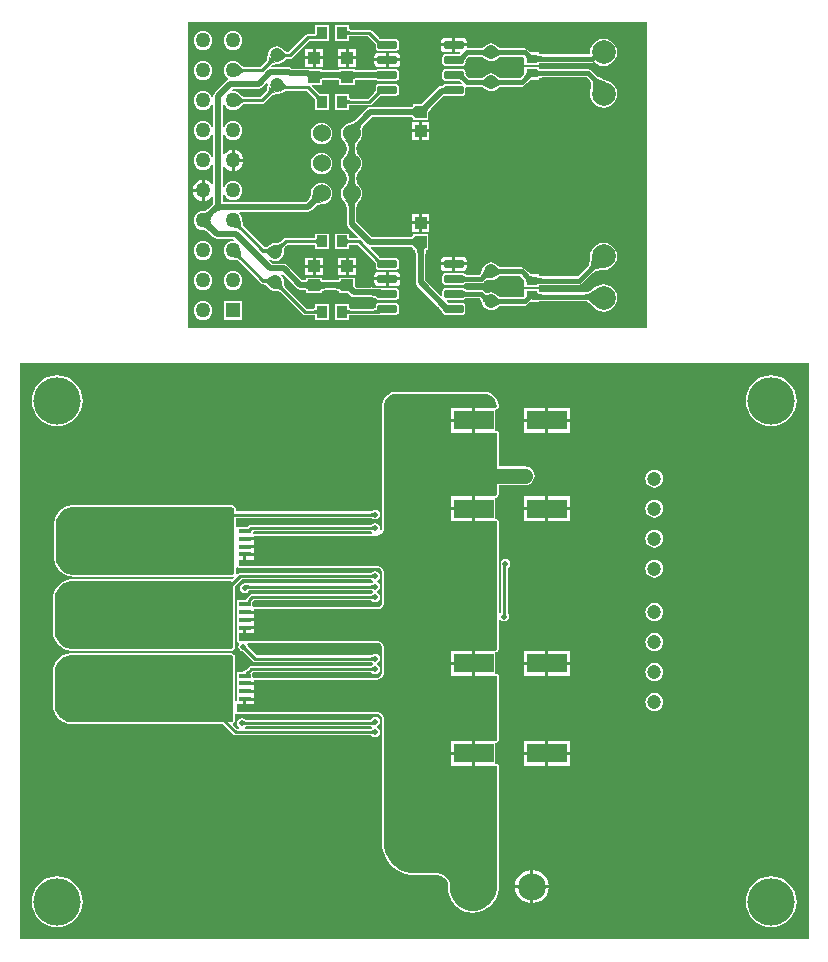
<source format=gtl>
G04*
G04 #@! TF.GenerationSoftware,Altium Limited,Altium Designer,20.0.12 (288)*
G04*
G04 Layer_Physical_Order=1*
G04 Layer_Color=255*
%FSLAX25Y25*%
%MOIN*%
G70*
G01*
G75*
%ADD10C,0.01000*%
%ADD15R,0.13386X0.06299*%
%ADD16R,0.03543X0.03937*%
%ADD17R,0.03937X0.03937*%
%ADD18R,0.03740X0.03150*%
G04:AMPARAMS|DCode=19|XSize=25.59mil|YSize=64.96mil|CornerRadius=1.92mil|HoleSize=0mil|Usage=FLASHONLY|Rotation=90.000|XOffset=0mil|YOffset=0mil|HoleType=Round|Shape=RoundedRectangle|*
%AMROUNDEDRECTD19*
21,1,0.02559,0.06112,0,0,90.0*
21,1,0.02175,0.06496,0,0,90.0*
1,1,0.00384,0.03056,0.01088*
1,1,0.00384,0.03056,-0.01088*
1,1,0.00384,-0.03056,-0.01088*
1,1,0.00384,-0.03056,0.01088*
%
%ADD19ROUNDEDRECTD19*%
%ADD20R,0.03898X0.01595*%
%ADD21R,0.06791X0.08799*%
%ADD39C,0.01500*%
%ADD40C,0.05000*%
%ADD41C,0.02000*%
%ADD42C,0.07874*%
%ADD43C,0.04724*%
%ADD44C,0.06000*%
%ADD45R,0.05000X0.05000*%
%ADD46C,0.05000*%
%ADD47C,0.15748*%
%ADD48O,0.09252X0.08858*%
%ADD49C,0.08858*%
%ADD50C,0.11811*%
%ADD51C,0.02000*%
G36*
X340603Y357044D02*
X187603D01*
Y459044D01*
X340603D01*
Y357044D01*
D02*
G37*
G36*
X394500Y153500D02*
X131500D01*
Y345500D01*
X394500D01*
Y153500D01*
D02*
G37*
%LPC*%
G36*
X234628Y458113D02*
X229885D01*
Y455259D01*
X229874Y455256D01*
X229779Y455240D01*
X229652Y455229D01*
X229480Y455225D01*
X229418Y455197D01*
X227564D01*
X227134Y455112D01*
X226770Y454869D01*
X226770Y454869D01*
X221068Y449166D01*
X220924D01*
X220870Y449192D01*
X220724Y449201D01*
X220609Y449223D01*
X220481Y449261D01*
X220339Y449319D01*
X220184Y449399D01*
X220018Y449501D01*
X219848Y449622D01*
X219452Y449959D01*
X219244Y450162D01*
X219171Y450191D01*
X218597Y450632D01*
X217876Y450930D01*
X217103Y451032D01*
X216330Y450930D01*
X215609Y450632D01*
X214990Y450157D01*
X214515Y449538D01*
X214217Y448817D01*
X214124Y448114D01*
X214092Y448042D01*
X214073Y447459D01*
X214048Y447228D01*
X214012Y447013D01*
X213966Y446823D01*
X213913Y446658D01*
X213854Y446516D01*
X213790Y446398D01*
X213724Y446302D01*
X213628Y446193D01*
X213608Y446135D01*
X211638Y444166D01*
X206649D01*
X206595Y444192D01*
X206444Y444202D01*
X206323Y444225D01*
X206186Y444268D01*
X206033Y444332D01*
X205866Y444420D01*
X205686Y444533D01*
X205500Y444667D01*
X205069Y445036D01*
X204843Y445258D01*
X204774Y445286D01*
X204166Y445752D01*
X203412Y446064D01*
X202603Y446171D01*
X201794Y446064D01*
X201040Y445752D01*
X200392Y445255D01*
X199895Y444608D01*
X199583Y443854D01*
X199476Y443044D01*
X199583Y442235D01*
X199895Y441481D01*
X200392Y440833D01*
X200863Y440472D01*
X200884Y439959D01*
X200849Y439874D01*
X200585Y439698D01*
X196449Y435562D01*
X196096Y435033D01*
X195972Y434408D01*
Y434319D01*
X195472Y434219D01*
X195311Y434608D01*
X194814Y435255D01*
X194166Y435752D01*
X193412Y436064D01*
X192603Y436171D01*
X191794Y436064D01*
X191040Y435752D01*
X190392Y435255D01*
X189895Y434608D01*
X189583Y433853D01*
X189476Y433044D01*
X189583Y432235D01*
X189895Y431481D01*
X190392Y430833D01*
X191040Y430336D01*
X191794Y430024D01*
X192603Y429917D01*
X193412Y430024D01*
X194166Y430336D01*
X194814Y430833D01*
X195311Y431481D01*
X195472Y431869D01*
X195972Y431770D01*
Y424319D01*
X195472Y424219D01*
X195311Y424608D01*
X194814Y425255D01*
X194166Y425752D01*
X193412Y426064D01*
X192603Y426171D01*
X191794Y426064D01*
X191040Y425752D01*
X190392Y425255D01*
X189895Y424608D01*
X189583Y423853D01*
X189476Y423044D01*
X189583Y422235D01*
X189895Y421481D01*
X190392Y420833D01*
X191040Y420336D01*
X191794Y420024D01*
X192603Y419917D01*
X193412Y420024D01*
X194166Y420336D01*
X194814Y420833D01*
X195311Y421481D01*
X195472Y421869D01*
X195972Y421770D01*
Y414319D01*
X195472Y414219D01*
X195311Y414608D01*
X194814Y415255D01*
X194166Y415752D01*
X193412Y416064D01*
X192603Y416171D01*
X191794Y416064D01*
X191040Y415752D01*
X190392Y415255D01*
X189895Y414608D01*
X189583Y413854D01*
X189476Y413044D01*
X189583Y412235D01*
X189895Y411481D01*
X190392Y410833D01*
X191040Y410336D01*
X191794Y410024D01*
X192603Y409917D01*
X193412Y410024D01*
X194166Y410336D01*
X194814Y410833D01*
X195311Y411481D01*
X195472Y411869D01*
X195972Y411770D01*
Y405225D01*
X195472Y405055D01*
X195099Y405540D01*
X194368Y406102D01*
X193517Y406454D01*
X193103Y406509D01*
Y403044D01*
Y399580D01*
X193517Y399634D01*
X194368Y399987D01*
X195099Y400548D01*
X195472Y401033D01*
X195972Y400864D01*
Y398745D01*
X195937Y398710D01*
X195919Y398667D01*
X194172Y396920D01*
X194132Y396905D01*
X193965Y396749D01*
X193815Y396624D01*
X193665Y396517D01*
X193517Y396427D01*
X193371Y396352D01*
X193226Y396293D01*
X193080Y396249D01*
X192934Y396217D01*
X192786Y396199D01*
X192606Y396193D01*
X192539Y396163D01*
X191794Y396064D01*
X191040Y395752D01*
X190392Y395255D01*
X189895Y394608D01*
X189583Y393853D01*
X189476Y393044D01*
X189583Y392235D01*
X189895Y391481D01*
X190392Y390833D01*
X191040Y390336D01*
X191794Y390024D01*
X192539Y389926D01*
X192606Y389895D01*
X192786Y389889D01*
X192934Y389871D01*
X193080Y389840D01*
X193226Y389795D01*
X193371Y389736D01*
X193517Y389662D01*
X193665Y389572D01*
X193815Y389465D01*
X193965Y389340D01*
X194132Y389183D01*
X194172Y389168D01*
X195949Y387391D01*
X196479Y387037D01*
X197103Y386913D01*
X202737D01*
X202987Y386597D01*
X202762Y386150D01*
X202603Y386171D01*
X201794Y386064D01*
X201040Y385752D01*
X200392Y385255D01*
X199895Y384608D01*
X199583Y383854D01*
X199476Y383044D01*
X199583Y382235D01*
X199895Y381481D01*
X200392Y380833D01*
X201040Y380336D01*
X201794Y380024D01*
X202540Y379926D01*
X202608Y379895D01*
X203241Y379876D01*
X203495Y379849D01*
X203730Y379812D01*
X203938Y379764D01*
X204118Y379708D01*
X204271Y379646D01*
X204398Y379579D01*
X204500Y379509D01*
X204614Y379410D01*
X204671Y379390D01*
X211948Y372113D01*
X211948Y372113D01*
X212312Y371870D01*
X212670Y371799D01*
X212725Y371765D01*
X212757Y371773D01*
X212786Y371758D01*
X212937Y371749D01*
X213048Y371727D01*
X213164Y371689D01*
X213286Y371633D01*
X213415Y371556D01*
X213552Y371455D01*
X213696Y371328D01*
X213845Y371176D01*
X213998Y370997D01*
X214165Y370777D01*
X214275Y370712D01*
X214490Y370431D01*
X215109Y369957D01*
X215830Y369658D01*
X216533Y369566D01*
X216605Y369533D01*
X217188Y369514D01*
X217419Y369489D01*
X217634Y369453D01*
X217824Y369408D01*
X217990Y369355D01*
X218131Y369295D01*
X218249Y369232D01*
X218345Y369165D01*
X218455Y369069D01*
X218512Y369049D01*
X225810Y361751D01*
X225810Y361751D01*
X226174Y361508D01*
X226603Y361423D01*
X226603Y361423D01*
X229418D01*
X229480Y361395D01*
X229652Y361390D01*
X229780Y361379D01*
X229876Y361364D01*
X229885Y361361D01*
Y359976D01*
X234628D01*
Y365113D01*
X229885D01*
Y363727D01*
X229876Y363725D01*
X229780Y363709D01*
X229652Y363698D01*
X229480Y363693D01*
X229418Y363666D01*
X227067D01*
X220098Y370635D01*
X220078Y370693D01*
X219982Y370802D01*
X219915Y370899D01*
X219852Y371016D01*
X219793Y371158D01*
X219740Y371323D01*
X219694Y371513D01*
X219660Y371719D01*
X219618Y372237D01*
X219614Y372528D01*
X219583Y372601D01*
X219489Y373318D01*
X219190Y374038D01*
X218716Y374657D01*
X218675Y374688D01*
X218808Y375216D01*
X219025Y375251D01*
X223885Y370391D01*
X224414Y370037D01*
X225038Y369913D01*
X225589D01*
X225629Y369895D01*
X225991Y369885D01*
X226288Y369859D01*
X226534Y369819D01*
X226725Y369767D01*
X226861Y369712D01*
X226942Y369663D01*
X226980Y369628D01*
X226993Y369609D01*
X227000Y369588D01*
X227013Y369474D01*
X227034Y369434D01*
Y368826D01*
X231427D01*
X231488Y368793D01*
X231525Y368803D01*
X231559Y368789D01*
X231650Y368826D01*
X232172D01*
Y369306D01*
X232205Y369367D01*
X232216Y369470D01*
X232220Y369479D01*
X232228Y369491D01*
X232263Y369522D01*
X232343Y369569D01*
X232479Y369622D01*
X232672Y369672D01*
X232918Y369711D01*
X233215Y369736D01*
X233576Y369745D01*
X233616Y369763D01*
X236590D01*
X236630Y369745D01*
X236991Y369736D01*
X237288Y369711D01*
X237534Y369672D01*
X237726Y369622D01*
X237862Y369569D01*
X237943Y369522D01*
X237978Y369491D01*
X237986Y369479D01*
X237990Y369470D01*
X238001Y369367D01*
X238035Y369306D01*
Y368826D01*
X238556D01*
X238647Y368789D01*
X238681Y368803D01*
X238718Y368793D01*
X238778Y368826D01*
X240864D01*
X241800Y367891D01*
X242329Y367537D01*
X242953Y367413D01*
X248675D01*
X248716Y367395D01*
X249037Y367388D01*
X249309Y367369D01*
X249546Y367338D01*
X249745Y367297D01*
X249905Y367250D01*
X250024Y367200D01*
X250104Y367154D01*
X250151Y367116D01*
X250173Y367089D01*
X250216Y367010D01*
X250277Y366960D01*
X250303Y366886D01*
X250464Y366809D01*
X250602Y366696D01*
X250658Y366702D01*
X250705Y366693D01*
X250751Y366670D01*
X250776Y366679D01*
X250925Y366649D01*
X257037D01*
X257346Y366711D01*
X257608Y366886D01*
X257783Y367148D01*
X257844Y367457D01*
Y369632D01*
X257783Y369941D01*
X257608Y370203D01*
X257346Y370378D01*
X257037Y370439D01*
X252305D01*
X252137Y370551D01*
X251512Y370676D01*
X249521D01*
X249281Y370690D01*
X249263Y370684D01*
X249244Y370691D01*
X248733Y370694D01*
X248731Y370693D01*
X248730Y370694D01*
X248686Y370676D01*
X243629D01*
X243172Y371133D01*
Y373963D01*
X238779D01*
X238718Y373997D01*
X238681Y373986D01*
X238647Y374001D01*
X238556Y373963D01*
X238035D01*
Y373483D01*
X238001Y373422D01*
X237990Y373320D01*
X237986Y373310D01*
X237978Y373298D01*
X237943Y373267D01*
X237862Y373220D01*
X237726Y373167D01*
X237534Y373117D01*
X237288Y373078D01*
X236991Y373053D01*
X236630Y373044D01*
X236590Y373026D01*
X233616D01*
X233576Y373044D01*
X233215Y373053D01*
X232918Y373078D01*
X232672Y373117D01*
X232479Y373167D01*
X232343Y373220D01*
X232263Y373267D01*
X232228Y373298D01*
X232220Y373310D01*
X232216Y373320D01*
X232205Y373422D01*
X232172Y373483D01*
Y373963D01*
X231650D01*
X231559Y374001D01*
X231525Y373986D01*
X231488Y373997D01*
X231427Y373963D01*
X227786D01*
X227730Y373995D01*
X227687Y373983D01*
X227644Y374001D01*
X227555Y373963D01*
X227034D01*
Y373491D01*
X227003Y373435D01*
X226998Y373400D01*
X226985Y373391D01*
X226900Y373348D01*
X226755Y373301D01*
X226565Y373259D01*
X225987Y373201D01*
X225694Y373195D01*
X220692Y378198D01*
X220162Y378551D01*
X219538Y378676D01*
X215643D01*
X214605Y379714D01*
X214935Y380090D01*
X215109Y379957D01*
X215830Y379658D01*
X216603Y379556D01*
X217376Y379658D01*
X218097Y379957D01*
X218716Y380432D01*
X219190Y381050D01*
X219489Y381771D01*
X219582Y382475D01*
X219614Y382547D01*
X219633Y383129D01*
X219658Y383361D01*
X219694Y383575D01*
X219740Y383765D01*
X219793Y383931D01*
X219852Y384072D01*
X219915Y384190D01*
X219982Y384287D01*
X220078Y384396D01*
X220098Y384453D01*
X220567Y384923D01*
X229418D01*
X229480Y384895D01*
X229652Y384891D01*
X229780Y384879D01*
X229876Y384863D01*
X229885Y384861D01*
Y383476D01*
X234628D01*
Y388613D01*
X229885D01*
Y387227D01*
X229876Y387225D01*
X229780Y387209D01*
X229652Y387198D01*
X229480Y387193D01*
X229418Y387166D01*
X220103D01*
X220103Y387166D01*
X219674Y387080D01*
X219310Y386837D01*
X219310Y386837D01*
X218512Y386039D01*
X218455Y386019D01*
X218345Y385923D01*
X218249Y385857D01*
X218131Y385793D01*
X217990Y385734D01*
X217824Y385681D01*
X217634Y385636D01*
X217428Y385601D01*
X216910Y385559D01*
X216620Y385556D01*
X216547Y385525D01*
X215830Y385430D01*
X215109Y385132D01*
X214925Y384991D01*
X214809Y384963D01*
X214547Y384773D01*
X214312Y384614D01*
X213863Y384347D01*
X213674Y384253D01*
X213497Y384176D01*
X213338Y384120D01*
X213199Y384083D01*
X213158Y384076D01*
X206257Y390977D01*
X206238Y391033D01*
X206138Y391147D01*
X206068Y391249D01*
X206001Y391376D01*
X205939Y391529D01*
X205883Y391709D01*
X205836Y391917D01*
X205799Y392144D01*
X205755Y392708D01*
X205752Y393026D01*
X205723Y393094D01*
X205623Y393853D01*
X205311Y394608D01*
X204814Y395255D01*
X204608Y395413D01*
X204778Y395913D01*
X227603D01*
X228227Y396037D01*
X228756Y396391D01*
X229939Y397573D01*
X229978Y397587D01*
X230163Y397758D01*
X230336Y397894D01*
X230517Y398012D01*
X230705Y398115D01*
X230904Y398201D01*
X231112Y398271D01*
X231331Y398326D01*
X231563Y398366D01*
X231808Y398389D01*
X232088Y398395D01*
X232140Y398418D01*
X233043Y398537D01*
X233918Y398900D01*
X234670Y399477D01*
X235247Y400229D01*
X235610Y401104D01*
X235734Y402044D01*
X235610Y402984D01*
X235247Y403860D01*
X234670Y404612D01*
X233918Y405189D01*
X233043Y405551D01*
X232103Y405675D01*
X231163Y405551D01*
X230287Y405189D01*
X229535Y404612D01*
X228958Y403860D01*
X228596Y402984D01*
X228477Y402081D01*
X228454Y402029D01*
X228447Y401750D01*
X228424Y401504D01*
X228385Y401272D01*
X228330Y401053D01*
X228260Y400845D01*
X228173Y400647D01*
X228071Y400458D01*
X227953Y400278D01*
X227817Y400104D01*
X227646Y399919D01*
X227631Y399880D01*
X226927Y399176D01*
X199234D01*
Y401770D01*
X199734Y401869D01*
X199895Y401481D01*
X200392Y400833D01*
X201040Y400336D01*
X201794Y400024D01*
X202603Y399918D01*
X203412Y400024D01*
X204166Y400336D01*
X204814Y400833D01*
X205311Y401481D01*
X205623Y402235D01*
X205730Y403044D01*
X205623Y403854D01*
X205311Y404608D01*
X204814Y405255D01*
X204166Y405752D01*
X203412Y406064D01*
X202603Y406171D01*
X201794Y406064D01*
X201040Y405752D01*
X200392Y405255D01*
X199895Y404608D01*
X199734Y404219D01*
X199234Y404319D01*
Y410864D01*
X199734Y411033D01*
X200107Y410548D01*
X200838Y409987D01*
X201689Y409634D01*
X202103Y409580D01*
Y413044D01*
Y416509D01*
X201689Y416454D01*
X200838Y416101D01*
X200107Y415540D01*
X199734Y415055D01*
X199234Y415225D01*
Y421770D01*
X199734Y421869D01*
X199895Y421481D01*
X200392Y420833D01*
X201040Y420336D01*
X201794Y420024D01*
X202603Y419917D01*
X203412Y420024D01*
X204166Y420336D01*
X204814Y420833D01*
X205311Y421481D01*
X205623Y422235D01*
X205730Y423044D01*
X205623Y423853D01*
X205311Y424608D01*
X204814Y425255D01*
X204166Y425752D01*
X203412Y426064D01*
X202603Y426171D01*
X201794Y426064D01*
X201040Y425752D01*
X200392Y425255D01*
X199895Y424608D01*
X199734Y424219D01*
X199234Y424319D01*
Y431770D01*
X199734Y431869D01*
X199895Y431481D01*
X200392Y430833D01*
X201040Y430336D01*
X201794Y430024D01*
X202603Y429917D01*
X203412Y430024D01*
X204166Y430336D01*
X204764Y430795D01*
X204833Y430821D01*
X205295Y431255D01*
X205493Y431416D01*
X205686Y431555D01*
X205866Y431669D01*
X206033Y431756D01*
X206186Y431821D01*
X206323Y431863D01*
X206444Y431886D01*
X206595Y431896D01*
X206649Y431923D01*
X212103D01*
X212103Y431923D01*
X212532Y432008D01*
X212896Y432251D01*
X215194Y434549D01*
X215251Y434569D01*
X215361Y434665D01*
X215457Y434732D01*
X215575Y434795D01*
X215716Y434855D01*
X215882Y434908D01*
X216072Y434953D01*
X216278Y434987D01*
X216796Y435030D01*
X217086Y435033D01*
X217159Y435064D01*
X217876Y435158D01*
X218539Y435433D01*
X218621Y435443D01*
X218916Y435612D01*
X219447Y435891D01*
X219903Y436095D01*
X220090Y436164D01*
X220259Y436217D01*
X220402Y436252D01*
X220516Y436271D01*
X220639Y436278D01*
X220694Y436305D01*
X227107D01*
X229291Y434120D01*
X229314Y434058D01*
X229668Y433678D01*
X229783Y433535D01*
X229869Y433413D01*
X229885Y433385D01*
Y433148D01*
X229859Y433086D01*
X229880Y433036D01*
X229868Y432983D01*
X229885Y432955D01*
Y429976D01*
X234628D01*
Y435113D01*
X232042D01*
X232015Y435130D01*
X231961Y435117D01*
X231911Y435138D01*
X231850Y435113D01*
X231612D01*
X231585Y435129D01*
X231470Y435210D01*
X231139Y435490D01*
X230948Y435675D01*
X230883Y435700D01*
X228758Y437826D01*
X228965Y438326D01*
X232172D01*
Y439434D01*
X232193Y439474D01*
X232206Y439587D01*
X232213Y439609D01*
X232226Y439628D01*
X232264Y439663D01*
X232345Y439712D01*
X232481Y439767D01*
X232672Y439819D01*
X232918Y439859D01*
X233215Y439886D01*
X233576Y439895D01*
X233617Y439913D01*
X236589D01*
X236629Y439895D01*
X236991Y439886D01*
X237288Y439859D01*
X237534Y439819D01*
X237725Y439767D01*
X237861Y439712D01*
X237942Y439663D01*
X237980Y439628D01*
X237993Y439609D01*
X238000Y439587D01*
X238013Y439474D01*
X238035Y439434D01*
Y438326D01*
X243172D01*
Y439434D01*
X243193Y439474D01*
X243205Y439587D01*
X243213Y439609D01*
X243226Y439628D01*
X243264Y439663D01*
X243345Y439712D01*
X243481Y439767D01*
X243672Y439819D01*
X243918Y439859D01*
X244215Y439886D01*
X244577Y439895D01*
X244617Y439913D01*
X248676D01*
X248717Y439895D01*
X249710Y439875D01*
X250160Y439842D01*
X250308Y439822D01*
X250406Y439803D01*
X250431Y439795D01*
X250454Y439784D01*
X250475Y439782D01*
X250488Y439778D01*
X250503Y439780D01*
X250514Y439779D01*
X250616Y439711D01*
X250695Y439695D01*
X250743Y439671D01*
X250765Y439678D01*
X250787Y439670D01*
X250799Y439674D01*
X250925Y439649D01*
X257037D01*
X257346Y439711D01*
X257608Y439886D01*
X257783Y440148D01*
X257844Y440457D01*
Y442632D01*
X257783Y442941D01*
X257608Y443203D01*
X257346Y443378D01*
X257037Y443439D01*
X250925D01*
X250799Y443414D01*
X250787Y443419D01*
X250765Y443410D01*
X250743Y443418D01*
X250695Y443394D01*
X250616Y443378D01*
X250514Y443310D01*
X250503Y443309D01*
X250488Y443310D01*
X250475Y443306D01*
X250454Y443305D01*
X250431Y443293D01*
X250406Y443286D01*
X250331Y443271D01*
X249083Y443196D01*
X248726Y443194D01*
X248683Y443176D01*
X244612D01*
X244570Y443194D01*
X243866Y443206D01*
X243341Y443240D01*
X243172Y443261D01*
Y443463D01*
X242651D01*
X242562Y443501D01*
X242471Y443463D01*
X242386D01*
X242349Y443465D01*
X242346Y443463D01*
X238860D01*
X238857Y443465D01*
X238820Y443463D01*
X238735D01*
X238644Y443501D01*
X238555Y443463D01*
X238035D01*
Y443264D01*
X237002Y443197D01*
X236641Y443194D01*
X236598Y443176D01*
X233612D01*
X233571Y443194D01*
X232866Y443206D01*
X232341Y443240D01*
X232172Y443261D01*
Y443463D01*
X231651D01*
X231562Y443501D01*
X231470Y443463D01*
X231386D01*
X231349Y443465D01*
X231346Y443463D01*
X228792D01*
X228634Y443495D01*
X228172D01*
X228087Y443551D01*
X227463Y443676D01*
X222190D01*
X221834Y443914D01*
X221209Y444038D01*
X215390D01*
X215372Y444081D01*
X215251Y444569D01*
X215361Y444665D01*
X215457Y444732D01*
X215575Y444795D01*
X215716Y444855D01*
X215882Y444908D01*
X216072Y444953D01*
X216278Y444987D01*
X216796Y445030D01*
X217086Y445033D01*
X217159Y445064D01*
X217876Y445158D01*
X218597Y445457D01*
X219160Y445889D01*
X219234Y445917D01*
X219659Y446315D01*
X219841Y446461D01*
X220018Y446587D01*
X220184Y446690D01*
X220339Y446769D01*
X220481Y446827D01*
X220609Y446866D01*
X220724Y446887D01*
X220870Y446896D01*
X220924Y446923D01*
X221532D01*
X221532Y446923D01*
X221961Y447008D01*
X222325Y447251D01*
X228028Y452954D01*
X229430D01*
X229497Y452926D01*
X229498Y452926D01*
X229498Y452926D01*
X230008Y452927D01*
X230012Y452929D01*
X230016Y452927D01*
X230466Y452934D01*
X230483Y452941D01*
X230488Y452940D01*
X230492Y452938D01*
X230492Y452939D01*
X230501Y452936D01*
X230531Y452938D01*
X230564Y452954D01*
X230620D01*
X230631Y452952D01*
X230640Y452954D01*
X230985D01*
X230985Y452954D01*
X231093Y452976D01*
X234628D01*
Y458113D01*
D02*
G37*
G36*
X279281Y453847D02*
X276725D01*
Y452044D01*
X280496D01*
Y452632D01*
X280404Y453097D01*
X280140Y453491D01*
X279746Y453755D01*
X279281Y453847D01*
D02*
G37*
G36*
X275725D02*
X273169D01*
X272704Y453755D01*
X272310Y453491D01*
X272046Y453097D01*
X271954Y452632D01*
Y452044D01*
X275725D01*
Y453847D01*
D02*
G37*
G36*
X192603Y456171D02*
X191794Y456064D01*
X191040Y455752D01*
X190392Y455255D01*
X189895Y454608D01*
X189583Y453854D01*
X189476Y453044D01*
X189583Y452235D01*
X189895Y451481D01*
X190392Y450833D01*
X191040Y450336D01*
X191794Y450024D01*
X192603Y449918D01*
X193412Y450024D01*
X194166Y450336D01*
X194814Y450833D01*
X195311Y451481D01*
X195623Y452235D01*
X195730Y453044D01*
X195623Y453854D01*
X195311Y454608D01*
X194814Y455255D01*
X194166Y455752D01*
X193412Y456064D01*
X192603Y456171D01*
D02*
G37*
G36*
X202603Y456171D02*
X201794Y456064D01*
X201040Y455752D01*
X200392Y455255D01*
X199895Y454608D01*
X199583Y453854D01*
X199476Y453044D01*
X199583Y452235D01*
X199895Y451481D01*
X200392Y450833D01*
X201040Y450336D01*
X201794Y450024D01*
X202603Y449918D01*
X203412Y450024D01*
X204166Y450336D01*
X204814Y450833D01*
X205311Y451481D01*
X205623Y452235D01*
X205730Y453044D01*
X205623Y453854D01*
X205311Y454608D01*
X204814Y455255D01*
X204166Y455752D01*
X203412Y456064D01*
X202603Y456171D01*
D02*
G37*
G36*
X241321Y458113D02*
X236578D01*
Y452976D01*
X241321D01*
Y454359D01*
X241337Y454364D01*
X241431Y454380D01*
X241556Y454390D01*
X241726Y454395D01*
X241788Y454423D01*
X247548D01*
X249524Y452446D01*
X249547Y452385D01*
X249898Y452006D01*
X250011Y451865D01*
X250096Y451744D01*
X250117Y451706D01*
Y451501D01*
X250081Y451412D01*
X250101Y451363D01*
X250089Y451311D01*
X250117Y451264D01*
Y450457D01*
X250179Y450148D01*
X250354Y449886D01*
X250616Y449711D01*
X250925Y449649D01*
X257037D01*
X257346Y449711D01*
X257608Y449886D01*
X257783Y450148D01*
X257844Y450457D01*
Y452632D01*
X257783Y452941D01*
X257608Y453203D01*
X257346Y453378D01*
X257037Y453439D01*
X252293D01*
X252245Y453468D01*
X252194Y453456D01*
X252144Y453476D01*
X252056Y453439D01*
X251851D01*
X251813Y453461D01*
X251699Y453540D01*
X251371Y453818D01*
X251181Y454001D01*
X251116Y454026D01*
X248805Y456337D01*
X248442Y456580D01*
X248012Y456666D01*
X248012Y456666D01*
X241788D01*
X241726Y456693D01*
X241556Y456698D01*
X241431Y456709D01*
X241337Y456725D01*
X241321Y456729D01*
Y458113D01*
D02*
G37*
G36*
X275725Y451044D02*
X271954D01*
Y450457D01*
X272046Y449992D01*
X272310Y449597D01*
X272704Y449334D01*
X273169Y449241D01*
X275725D01*
Y451044D01*
D02*
G37*
G36*
X326103Y453620D02*
X324919Y453464D01*
X323815Y453007D01*
X322867Y452280D01*
X322140Y451332D01*
X321683Y450229D01*
X321527Y449044D01*
X321565Y448757D01*
X321235Y448381D01*
X305529D01*
X305478Y448404D01*
X305211Y448411D01*
X304998Y448430D01*
X304827Y448458D01*
X304700Y448492D01*
X304619Y448525D01*
X304599Y448537D01*
X304595Y448573D01*
X304573Y448613D01*
Y449180D01*
X301579D01*
X300742Y450017D01*
X300295Y450316D01*
X299768Y450421D01*
X292336D01*
X292287Y450443D01*
X292100Y450451D01*
X291945Y450471D01*
X291793Y450504D01*
X291644Y450551D01*
X291496Y450611D01*
X291348Y450686D01*
X291200Y450777D01*
X291052Y450885D01*
X290903Y451010D01*
X290739Y451167D01*
X290666Y451195D01*
X290097Y451632D01*
X289376Y451930D01*
X288603Y452032D01*
X287830Y451930D01*
X287109Y451632D01*
X286541Y451195D01*
X286467Y451167D01*
X286303Y451010D01*
X286154Y450885D01*
X286006Y450777D01*
X285858Y450686D01*
X285710Y450611D01*
X285562Y450551D01*
X285412Y450504D01*
X285261Y450471D01*
X285105Y450451D01*
X284918Y450443D01*
X284870Y450421D01*
X280975D01*
X280684Y450443D01*
X280496Y450891D01*
Y451044D01*
X276725D01*
Y449241D01*
X278233D01*
X278351Y448741D01*
X278224Y448640D01*
X278021Y448497D01*
X277920Y448439D01*
X277414D01*
X277355Y448464D01*
X277304Y448443D01*
X277252Y448456D01*
X277225Y448439D01*
X273169D01*
X272860Y448378D01*
X272598Y448203D01*
X272423Y447941D01*
X272361Y447632D01*
Y445457D01*
X272423Y445148D01*
X272598Y444886D01*
X272860Y444711D01*
X273169Y444649D01*
X279281D01*
X279590Y444711D01*
X279852Y444886D01*
X280027Y445148D01*
X280088Y445457D01*
Y445576D01*
X280105Y445602D01*
X280093Y445655D01*
X280113Y445705D01*
X280088Y445765D01*
Y446271D01*
X280147Y446372D01*
X280284Y446568D01*
X280720Y447082D01*
X281004Y447375D01*
X281025Y447429D01*
X281264Y447668D01*
X284870D01*
X284918Y447645D01*
X285105Y447638D01*
X285261Y447617D01*
X285412Y447584D01*
X285562Y447538D01*
X285710Y447477D01*
X285858Y447402D01*
X286006Y447311D01*
X286154Y447204D01*
X286303Y447079D01*
X286467Y446922D01*
X286541Y446893D01*
X287109Y446457D01*
X287830Y446158D01*
X288603Y446057D01*
X289376Y446158D01*
X290097Y446457D01*
X290666Y446893D01*
X290739Y446922D01*
X290903Y447079D01*
X291052Y447203D01*
X291200Y447311D01*
X291348Y447402D01*
X291496Y447477D01*
X291644Y447538D01*
X291793Y447584D01*
X291945Y447617D01*
X292100Y447638D01*
X292287Y447645D01*
X292336Y447668D01*
X299198D01*
X299633Y447233D01*
Y444830D01*
X304573D01*
Y445396D01*
X304595Y445436D01*
X304599Y445473D01*
X304619Y445485D01*
X304700Y445518D01*
X304827Y445552D01*
X304998Y445580D01*
X305211Y445599D01*
X305478Y445606D01*
X305529Y445628D01*
X322339D01*
X322866Y445733D01*
X322919Y445769D01*
X323815Y445081D01*
X324919Y444624D01*
X326103Y444468D01*
X327287Y444624D01*
X328391Y445081D01*
X329339Y445808D01*
X330066Y446756D01*
X330523Y447860D01*
X330679Y449044D01*
X330523Y450229D01*
X330066Y451332D01*
X329339Y452280D01*
X328391Y453007D01*
X327287Y453464D01*
X326103Y453620D01*
D02*
G37*
G36*
X243571Y450162D02*
X241103D01*
Y447694D01*
X243571D01*
Y450162D01*
D02*
G37*
G36*
X240103D02*
X237634D01*
Y447694D01*
X240103D01*
Y450162D01*
D02*
G37*
G36*
X232572D02*
X230103D01*
Y447694D01*
X232572D01*
Y450162D01*
D02*
G37*
G36*
X229103D02*
X226635D01*
Y447694D01*
X229103D01*
Y450162D01*
D02*
G37*
G36*
X257037Y448847D02*
X254481D01*
Y447044D01*
X258252D01*
Y447632D01*
X258160Y448097D01*
X257896Y448491D01*
X257502Y448755D01*
X257037Y448847D01*
D02*
G37*
G36*
X253481D02*
X250925D01*
X250460Y448755D01*
X250065Y448491D01*
X249802Y448097D01*
X249710Y447632D01*
Y447044D01*
X253481D01*
Y448847D01*
D02*
G37*
G36*
X258252Y446044D02*
X254481D01*
Y444241D01*
X257037D01*
X257502Y444334D01*
X257896Y444597D01*
X258160Y444991D01*
X258252Y445457D01*
Y446044D01*
D02*
G37*
G36*
X253481D02*
X249710D01*
Y445457D01*
X249802Y444991D01*
X250065Y444597D01*
X250460Y444334D01*
X250925Y444241D01*
X253481D01*
Y446044D01*
D02*
G37*
G36*
X243571Y446694D02*
X241103D01*
Y444225D01*
X243571D01*
Y446694D01*
D02*
G37*
G36*
X240103D02*
X237634D01*
Y444225D01*
X240103D01*
Y446694D01*
D02*
G37*
G36*
X232572D02*
X230103D01*
Y444225D01*
X232572D01*
Y446694D01*
D02*
G37*
G36*
X229103D02*
X226635D01*
Y444225D01*
X229103D01*
Y446694D01*
D02*
G37*
G36*
X304573Y444258D02*
X299633D01*
Y442792D01*
X299603Y442743D01*
X299616Y442691D01*
X299595Y442642D01*
X299633Y442552D01*
Y442085D01*
X299568Y441971D01*
X299432Y441776D01*
X298999Y441264D01*
X298717Y440972D01*
X298696Y440918D01*
X298198Y440421D01*
X292336D01*
X292287Y440443D01*
X292100Y440451D01*
X291945Y440471D01*
X291793Y440504D01*
X291644Y440551D01*
X291496Y440611D01*
X291348Y440686D01*
X291200Y440777D01*
X291052Y440885D01*
X290903Y441010D01*
X290739Y441167D01*
X290666Y441195D01*
X290097Y441632D01*
X289376Y441930D01*
X288603Y442032D01*
X287830Y441930D01*
X287109Y441632D01*
X286541Y441195D01*
X286467Y441167D01*
X286303Y441010D01*
X286154Y440885D01*
X286006Y440777D01*
X285858Y440686D01*
X285710Y440611D01*
X285562Y440551D01*
X285412Y440504D01*
X285261Y440471D01*
X285105Y440451D01*
X284918Y440443D01*
X284870Y440421D01*
X281264D01*
X281031Y440653D01*
X281012Y440704D01*
X280474Y441283D01*
X280289Y441513D01*
X280147Y441717D01*
X280088Y441818D01*
Y442323D01*
X280113Y442383D01*
X280093Y442433D01*
X280105Y442486D01*
X280088Y442513D01*
Y442632D01*
X280027Y442941D01*
X279852Y443203D01*
X279590Y443378D01*
X279281Y443439D01*
X273169D01*
X272860Y443378D01*
X272598Y443203D01*
X272423Y442941D01*
X272361Y442632D01*
Y440457D01*
X272423Y440148D01*
X272598Y439886D01*
X272860Y439711D01*
X273169Y439649D01*
X277225D01*
X277252Y439633D01*
X277304Y439645D01*
X277355Y439624D01*
X277414Y439649D01*
X277920D01*
X278021Y439591D01*
X278217Y439454D01*
X278731Y439018D01*
X278812Y438939D01*
X278610Y438439D01*
X273169D01*
X272860Y438378D01*
X272598Y438203D01*
X272423Y437941D01*
X272414Y437896D01*
X272174D01*
X271550Y437772D01*
X271020Y437418D01*
X266657Y433055D01*
X266617Y433040D01*
X265843Y432321D01*
X265525Y432067D01*
X265241Y431870D01*
X265054Y431762D01*
X264321D01*
X264231Y431800D01*
X264182Y431779D01*
X264130Y431792D01*
X264082Y431762D01*
X263279D01*
X263217Y431796D01*
X263181Y431785D01*
X263146Y431800D01*
X263056Y431762D01*
X262534D01*
Y431282D01*
X262501Y431221D01*
X262490Y431119D01*
X262486Y431109D01*
X262478Y431097D01*
X262443Y431066D01*
X262363Y431019D01*
X262227Y430966D01*
X262034Y430916D01*
X261788Y430877D01*
X261491Y430852D01*
X261130Y430843D01*
X261090Y430825D01*
X248369D01*
X247744Y430701D01*
X247215Y430347D01*
X243606Y426738D01*
X243566Y426723D01*
X243385Y426554D01*
X243210Y426410D01*
X243023Y426276D01*
X242825Y426152D01*
X242616Y426038D01*
X242394Y425934D01*
X242168Y425843D01*
X241644Y425681D01*
X241363Y425618D01*
X241294Y425569D01*
X241163Y425552D01*
X240287Y425189D01*
X239535Y424612D01*
X238958Y423860D01*
X238596Y422984D01*
X238472Y422044D01*
X238596Y421104D01*
X238958Y420229D01*
X239513Y419506D01*
X239533Y419453D01*
X239726Y419251D01*
X239884Y419061D01*
X240020Y418870D01*
X240136Y418675D01*
X240233Y418478D01*
X240312Y418277D01*
X240374Y418072D01*
X240418Y417860D01*
X240444Y417642D01*
X240454Y417390D01*
X240472Y417352D01*
Y416736D01*
X240454Y416698D01*
X240444Y416446D01*
X240418Y416228D01*
X240374Y416016D01*
X240312Y415811D01*
X240233Y415610D01*
X240136Y415413D01*
X240020Y415219D01*
X239884Y415027D01*
X239726Y414838D01*
X239533Y414635D01*
X239513Y414582D01*
X238958Y413860D01*
X238596Y412984D01*
X238472Y412044D01*
X238596Y411104D01*
X238958Y410229D01*
X239513Y409506D01*
X239533Y409453D01*
X239726Y409251D01*
X239884Y409061D01*
X240020Y408870D01*
X240136Y408675D01*
X240233Y408478D01*
X240312Y408277D01*
X240374Y408072D01*
X240418Y407860D01*
X240444Y407642D01*
X240454Y407390D01*
X240472Y407352D01*
Y406736D01*
X240454Y406698D01*
X240444Y406447D01*
X240418Y406228D01*
X240374Y406016D01*
X240312Y405811D01*
X240233Y405610D01*
X240136Y405413D01*
X240020Y405219D01*
X239884Y405027D01*
X239726Y404838D01*
X239533Y404635D01*
X239513Y404582D01*
X238958Y403860D01*
X238596Y402984D01*
X238472Y402044D01*
X238596Y401104D01*
X238958Y400229D01*
X239513Y399506D01*
X239533Y399453D01*
X239726Y399251D01*
X239884Y399061D01*
X240020Y398870D01*
X240136Y398675D01*
X240233Y398478D01*
X240312Y398277D01*
X240374Y398072D01*
X240418Y397860D01*
X240444Y397642D01*
X240454Y397390D01*
X240472Y397352D01*
Y391989D01*
X240596Y391365D01*
X240949Y390836D01*
X244119Y387666D01*
X243912Y387166D01*
X241788D01*
X241726Y387193D01*
X241556Y387198D01*
X241431Y387209D01*
X241337Y387225D01*
X241321Y387229D01*
Y388613D01*
X236578D01*
Y383476D01*
X241321D01*
Y384859D01*
X241337Y384864D01*
X241431Y384879D01*
X241556Y384891D01*
X241726Y384895D01*
X241788Y384923D01*
X244048D01*
X249524Y379446D01*
X249547Y379385D01*
X249898Y379006D01*
X250011Y378865D01*
X250096Y378744D01*
X250117Y378706D01*
Y378501D01*
X250081Y378412D01*
X250101Y378363D01*
X250089Y378311D01*
X250117Y378264D01*
Y377457D01*
X250179Y377148D01*
X250354Y376886D01*
X250616Y376711D01*
X250925Y376649D01*
X257037D01*
X257346Y376711D01*
X257608Y376886D01*
X257783Y377148D01*
X257844Y377457D01*
Y379632D01*
X257783Y379941D01*
X257608Y380203D01*
X257346Y380378D01*
X257037Y380439D01*
X252293D01*
X252245Y380468D01*
X252194Y380456D01*
X252144Y380476D01*
X252056Y380439D01*
X251851D01*
X251813Y380461D01*
X251699Y380540D01*
X251371Y380818D01*
X251181Y381001D01*
X251116Y381026D01*
X248379Y383763D01*
X248587Y384263D01*
X261090D01*
X261130Y384245D01*
X261491Y384236D01*
X261788Y384211D01*
X262034Y384172D01*
X262227Y384122D01*
X262363Y384069D01*
X262443Y384022D01*
X262478Y383991D01*
X262486Y383979D01*
X262490Y383970D01*
X262501Y383867D01*
X262534Y383806D01*
Y383326D01*
X263014D01*
X263075Y383293D01*
X263178Y383281D01*
X263188Y383278D01*
X263200Y383269D01*
X263230Y383235D01*
X263278Y383154D01*
X263331Y383018D01*
X263380Y382826D01*
X263420Y382580D01*
X263445Y382282D01*
X263454Y381922D01*
X263472Y381881D01*
Y372423D01*
X263596Y371798D01*
X263949Y371269D01*
X271078Y364141D01*
X271095Y364098D01*
X271357Y363829D01*
X271580Y363587D01*
X271951Y363141D01*
X272081Y362958D01*
X272185Y362793D01*
X272258Y362656D01*
X272301Y362550D01*
X272319Y362483D01*
X272328Y362393D01*
X272401Y362255D01*
X272423Y362148D01*
X272480Y362062D01*
X272497Y362016D01*
X272517Y362007D01*
X272598Y361886D01*
X272860Y361711D01*
X273169Y361649D01*
X279281D01*
X279590Y361711D01*
X279852Y361886D01*
X280027Y362148D01*
X280088Y362457D01*
Y364632D01*
X280027Y364941D01*
X279852Y365203D01*
X279590Y365378D01*
X279281Y365439D01*
X276025D01*
X275945Y365455D01*
X275571D01*
X275553Y365463D01*
X275531Y365455D01*
X274679D01*
X274507Y365554D01*
X274232Y365746D01*
X273755Y366149D01*
X273939Y366649D01*
X279281D01*
X279407Y366674D01*
X279416Y366671D01*
X279419Y366669D01*
X279452Y366683D01*
X279537Y366700D01*
X279593Y366693D01*
X279724Y366796D01*
X279878Y366860D01*
X279879Y366861D01*
X279913Y366944D01*
X279944Y366968D01*
X279948Y366970D01*
X279952Y366975D01*
X279984Y367000D01*
X279990Y367010D01*
X280022Y367026D01*
X280098Y367054D01*
X280210Y367083D01*
X280348Y367107D01*
X280749Y367141D01*
X280988Y367145D01*
X281040Y367168D01*
X284660D01*
X284778Y367050D01*
X284798Y366998D01*
X284922Y366865D01*
X285027Y366738D01*
X285127Y366599D01*
X285218Y366456D01*
X285403Y366104D01*
X285477Y365931D01*
X285627Y365505D01*
X285691Y365274D01*
X285742Y365210D01*
X286016Y364550D01*
X286490Y363931D01*
X287109Y363457D01*
X287830Y363158D01*
X288603Y363056D01*
X289376Y363158D01*
X290097Y363457D01*
X290666Y363893D01*
X290739Y363922D01*
X290903Y364079D01*
X291052Y364204D01*
X291200Y364311D01*
X291348Y364402D01*
X291496Y364477D01*
X291644Y364538D01*
X291793Y364584D01*
X291945Y364617D01*
X292100Y364637D01*
X292287Y364645D01*
X292336Y364668D01*
X299768D01*
X300295Y364773D01*
X300742Y365071D01*
X301579Y365909D01*
X303798D01*
X303836Y365883D01*
X303902Y365897D01*
X303964Y365871D01*
X304053Y365909D01*
X304573D01*
Y366211D01*
X304618Y366220D01*
X304764Y366242D01*
X305202Y366271D01*
X305470Y366275D01*
X305523Y366298D01*
X319714D01*
X319750Y366278D01*
X319762Y366282D01*
X319774Y366276D01*
X320038Y366258D01*
X320266Y366212D01*
X320506Y366131D01*
X320760Y366012D01*
X321026Y365854D01*
X321304Y365653D01*
X321586Y365415D01*
X322204Y364781D01*
X322521Y364401D01*
X322623Y364347D01*
X322867Y364029D01*
X323815Y363302D01*
X324919Y362844D01*
X326103Y362688D01*
X327287Y362844D01*
X328391Y363302D01*
X329339Y364029D01*
X330066Y364977D01*
X330523Y366080D01*
X330679Y367265D01*
X330523Y368449D01*
X330066Y369553D01*
X329339Y370500D01*
X328391Y371228D01*
X327287Y371685D01*
X326103Y371841D01*
X324919Y371685D01*
X323815Y371228D01*
X323310Y370841D01*
X323187Y370805D01*
X322751Y370455D01*
X322350Y370155D01*
X321591Y369654D01*
X321259Y369470D01*
X320946Y369320D01*
X320659Y369208D01*
X320402Y369131D01*
X320175Y369088D01*
X319935Y369072D01*
X319891Y369051D01*
X305529D01*
X305478Y369073D01*
X305211Y369080D01*
X304999Y369099D01*
X304829Y369127D01*
X304702Y369161D01*
X304621Y369194D01*
X304599Y369207D01*
X304594Y369245D01*
X304573Y369285D01*
Y370258D01*
X299633D01*
Y367855D01*
X299198Y367421D01*
X292336D01*
X292287Y367443D01*
X292100Y367451D01*
X291945Y367471D01*
X291793Y367504D01*
X291644Y367550D01*
X291496Y367611D01*
X291348Y367686D01*
X291200Y367777D01*
X291052Y367885D01*
X290903Y368010D01*
X290739Y368167D01*
X290666Y368195D01*
X290097Y368632D01*
X289376Y368930D01*
X288603Y369032D01*
X287890Y368938D01*
X287815Y368950D01*
X287622Y368905D01*
X287469Y368884D01*
X287328Y368879D01*
X287197Y368889D01*
X287075Y368913D01*
X286957Y368950D01*
X286840Y369002D01*
X286724Y369071D01*
X286606Y369159D01*
X286465Y369288D01*
X286415Y369306D01*
X286204Y369517D01*
X285757Y369816D01*
X285230Y369921D01*
X281050D01*
X281001Y369943D01*
X280527Y369961D01*
X280356Y369980D01*
X280210Y370006D01*
X280098Y370034D01*
X280022Y370062D01*
X279990Y370078D01*
X279984Y370089D01*
X279952Y370114D01*
X279948Y370119D01*
X279944Y370121D01*
X279913Y370145D01*
X279879Y370226D01*
X279878Y370229D01*
X279724Y370293D01*
X279593Y370395D01*
X279537Y370388D01*
X279452Y370405D01*
X279419Y370419D01*
X279417Y370418D01*
X279407Y370414D01*
X279281Y370439D01*
X273169D01*
X272860Y370378D01*
X272598Y370203D01*
X272423Y369941D01*
X272361Y369632D01*
Y368125D01*
X271900Y367933D01*
X266734Y373098D01*
Y381881D01*
X266752Y381922D01*
X266761Y382282D01*
X266786Y382580D01*
X266826Y382826D01*
X266875Y383018D01*
X266928Y383154D01*
X266976Y383235D01*
X267006Y383269D01*
X267018Y383278D01*
X267028Y383281D01*
X267130Y383293D01*
X267192Y383326D01*
X267671D01*
Y383848D01*
X267709Y383938D01*
X267694Y383973D01*
X267705Y384009D01*
X267671Y384070D01*
Y388463D01*
X263279D01*
X263217Y388497D01*
X263181Y388486D01*
X263146Y388500D01*
X263056Y388463D01*
X262534D01*
Y387983D01*
X262501Y387922D01*
X262490Y387820D01*
X262486Y387810D01*
X262478Y387798D01*
X262443Y387767D01*
X262363Y387720D01*
X262227Y387667D01*
X262034Y387617D01*
X261788Y387578D01*
X261491Y387553D01*
X261130Y387544D01*
X261090Y387526D01*
X248873D01*
X243734Y392665D01*
Y397352D01*
X243752Y397390D01*
X243762Y397642D01*
X243788Y397860D01*
X243832Y398072D01*
X243894Y398277D01*
X243972Y398478D01*
X244070Y398675D01*
X244186Y398870D01*
X244322Y399061D01*
X244479Y399251D01*
X244673Y399453D01*
X244693Y399506D01*
X245248Y400229D01*
X245610Y401104D01*
X245734Y402044D01*
X245610Y402984D01*
X245248Y403860D01*
X244693Y404582D01*
X244673Y404635D01*
X244479Y404838D01*
X244322Y405027D01*
X244186Y405219D01*
X244070Y405413D01*
X243972Y405610D01*
X243894Y405811D01*
X243832Y406017D01*
X243788Y406228D01*
X243762Y406447D01*
X243752Y406698D01*
X243734Y406736D01*
Y407352D01*
X243752Y407390D01*
X243762Y407642D01*
X243788Y407860D01*
X243832Y408072D01*
X243894Y408277D01*
X243972Y408478D01*
X244070Y408675D01*
X244186Y408870D01*
X244322Y409061D01*
X244479Y409251D01*
X244673Y409453D01*
X244693Y409506D01*
X245248Y410229D01*
X245610Y411104D01*
X245734Y412044D01*
X245610Y412984D01*
X245248Y413860D01*
X244693Y414582D01*
X244673Y414635D01*
X244479Y414838D01*
X244322Y415027D01*
X244186Y415219D01*
X244070Y415413D01*
X243972Y415610D01*
X243894Y415811D01*
X243832Y416017D01*
X243788Y416228D01*
X243762Y416446D01*
X243752Y416698D01*
X243734Y416736D01*
Y417352D01*
X243752Y417390D01*
X243762Y417642D01*
X243788Y417860D01*
X243832Y418072D01*
X243894Y418277D01*
X243972Y418478D01*
X244070Y418676D01*
X244186Y418870D01*
X244322Y419061D01*
X244479Y419251D01*
X244673Y419453D01*
X244693Y419506D01*
X245248Y420229D01*
X245610Y421104D01*
X245734Y422044D01*
X245647Y422707D01*
X245670Y422813D01*
X245625Y423064D01*
X245607Y423275D01*
X245610Y423475D01*
X245633Y423663D01*
X245675Y423844D01*
X245736Y424019D01*
X245818Y424190D01*
X245923Y424360D01*
X246051Y424529D01*
X246224Y424718D01*
X246238Y424756D01*
X246286Y424804D01*
X246295Y424811D01*
X246296Y424814D01*
X249044Y427563D01*
X261090D01*
X261130Y427545D01*
X261491Y427535D01*
X261788Y427510D01*
X262034Y427471D01*
X262227Y427422D01*
X262363Y427368D01*
X262443Y427321D01*
X262478Y427291D01*
X262486Y427279D01*
X262490Y427269D01*
X262501Y427166D01*
X262534Y427105D01*
Y426625D01*
X263056D01*
X263146Y426588D01*
X263181Y426602D01*
X263217Y426592D01*
X263279Y426625D01*
X267671D01*
Y428172D01*
X267701Y428221D01*
X267688Y428272D01*
X267709Y428322D01*
X267671Y428412D01*
Y429145D01*
X267779Y429332D01*
X267971Y429609D01*
X268560Y430304D01*
X268941Y430699D01*
X268957Y430741D01*
X272849Y434633D01*
X275945D01*
X276025Y434649D01*
X279281D01*
X279590Y434711D01*
X279852Y434886D01*
X280027Y435148D01*
X280088Y435457D01*
Y437263D01*
X280570Y437677D01*
X280615Y437668D01*
X284870D01*
X284918Y437645D01*
X285105Y437638D01*
X285261Y437617D01*
X285412Y437584D01*
X285562Y437538D01*
X285710Y437477D01*
X285858Y437402D01*
X286006Y437311D01*
X286154Y437204D01*
X286303Y437079D01*
X286467Y436922D01*
X286541Y436893D01*
X287109Y436457D01*
X287830Y436158D01*
X288603Y436057D01*
X289376Y436158D01*
X290097Y436457D01*
X290666Y436893D01*
X290739Y436922D01*
X290903Y437079D01*
X291052Y437204D01*
X291200Y437311D01*
X291348Y437402D01*
X291496Y437477D01*
X291644Y437538D01*
X291793Y437584D01*
X291945Y437617D01*
X292100Y437638D01*
X292287Y437645D01*
X292336Y437668D01*
X298768D01*
X299295Y437773D01*
X299742Y438071D01*
X300636Y438965D01*
X300687Y438984D01*
X301263Y439520D01*
X301493Y439703D01*
X301695Y439844D01*
X301809Y439909D01*
X302276D01*
X302366Y439871D01*
X302415Y439892D01*
X302467Y439879D01*
X302516Y439909D01*
X304573D01*
Y440475D01*
X304595Y440515D01*
X304599Y440551D01*
X304619Y440564D01*
X304700Y440597D01*
X304827Y440630D01*
X304998Y440659D01*
X305211Y440677D01*
X305478Y440684D01*
X305529Y440707D01*
X320493D01*
X321502Y439698D01*
X321511Y439633D01*
X321561Y439595D01*
X321581Y439535D01*
X321749Y439341D01*
X321859Y439167D01*
X321945Y438972D01*
X322007Y438750D01*
X322045Y438497D01*
X322054Y438211D01*
X322031Y437890D01*
X321975Y437535D01*
X321884Y437148D01*
X321751Y436711D01*
X321759Y436632D01*
X321683Y436449D01*
X321527Y435265D01*
X321683Y434080D01*
X322140Y432977D01*
X322867Y432029D01*
X323815Y431302D01*
X324919Y430844D01*
X326103Y430688D01*
X327287Y430844D01*
X328391Y431302D01*
X329339Y432029D01*
X330066Y432977D01*
X330523Y434080D01*
X330679Y435265D01*
X330523Y436449D01*
X330066Y437553D01*
X329339Y438500D01*
X328391Y439228D01*
X327568Y439569D01*
X327490Y439636D01*
X326342Y440018D01*
X325405Y440371D01*
X324667Y440698D01*
X324386Y440844D01*
X324157Y440981D01*
X323987Y441101D01*
X323842Y441227D01*
X323796Y441243D01*
X323686Y441353D01*
X323576Y441517D01*
X322037Y443057D01*
X321590Y443355D01*
X321064Y443460D01*
X305529D01*
X305478Y443483D01*
X305211Y443490D01*
X304998Y443508D01*
X304827Y443537D01*
X304700Y443571D01*
X304619Y443603D01*
X304599Y443616D01*
X304595Y443652D01*
X304573Y443692D01*
Y444258D01*
D02*
G37*
G36*
X192603Y446171D02*
X191794Y446064D01*
X191040Y445752D01*
X190392Y445255D01*
X189895Y444608D01*
X189583Y443853D01*
X189476Y443044D01*
X189583Y442235D01*
X189895Y441481D01*
X190392Y440833D01*
X191040Y440336D01*
X191794Y440024D01*
X192603Y439917D01*
X193412Y440024D01*
X194166Y440336D01*
X194814Y440833D01*
X195311Y441481D01*
X195623Y442235D01*
X195730Y443044D01*
X195623Y443853D01*
X195311Y444608D01*
X194814Y445255D01*
X194166Y445752D01*
X193412Y446064D01*
X192603Y446171D01*
D02*
G37*
G36*
X257037Y438439D02*
X250925D01*
X250616Y438378D01*
X250354Y438203D01*
X250179Y437941D01*
X250117Y437632D01*
Y436806D01*
X250101Y436780D01*
X250114Y436727D01*
X250093Y436676D01*
X250117Y436616D01*
Y436376D01*
X250102Y436350D01*
X250021Y436235D01*
X249741Y435904D01*
X249556Y435713D01*
X249530Y435648D01*
X247548Y433666D01*
X241788D01*
X241726Y433693D01*
X241556Y433698D01*
X241431Y433709D01*
X241337Y433725D01*
X241321Y433729D01*
Y435113D01*
X236578D01*
Y429976D01*
X241321D01*
Y431359D01*
X241337Y431364D01*
X241431Y431380D01*
X241556Y431390D01*
X241726Y431395D01*
X241788Y431423D01*
X248012D01*
X248012Y431423D01*
X248442Y431508D01*
X248805Y431751D01*
X251111Y434056D01*
X251172Y434079D01*
X251553Y434433D01*
X251696Y434548D01*
X251818Y434634D01*
X251845Y434649D01*
X252084D01*
X252144Y434624D01*
X252195Y434645D01*
X252248Y434633D01*
X252274Y434649D01*
X257037D01*
X257346Y434711D01*
X257608Y434886D01*
X257783Y435148D01*
X257844Y435457D01*
Y437632D01*
X257783Y437941D01*
X257608Y438203D01*
X257346Y438378D01*
X257037Y438439D01*
D02*
G37*
G36*
X268072Y425863D02*
X265603D01*
Y423395D01*
X268072D01*
Y425863D01*
D02*
G37*
G36*
X264603D02*
X262135D01*
Y423395D01*
X264603D01*
Y425863D01*
D02*
G37*
G36*
X268072Y422395D02*
X265603D01*
Y419926D01*
X268072D01*
Y422395D01*
D02*
G37*
G36*
X264603D02*
X262135D01*
Y419926D01*
X264603D01*
Y422395D01*
D02*
G37*
G36*
X232103Y425675D02*
X231163Y425552D01*
X230287Y425189D01*
X229535Y424612D01*
X228958Y423860D01*
X228596Y422984D01*
X228472Y422044D01*
X228596Y421104D01*
X228958Y420229D01*
X229535Y419477D01*
X230287Y418900D01*
X231163Y418537D01*
X232103Y418413D01*
X233043Y418537D01*
X233918Y418900D01*
X234670Y419477D01*
X235247Y420229D01*
X235610Y421104D01*
X235734Y422044D01*
X235610Y422984D01*
X235247Y423860D01*
X234670Y424612D01*
X233918Y425189D01*
X233043Y425552D01*
X232103Y425675D01*
D02*
G37*
G36*
X203103Y416509D02*
Y413544D01*
X206067D01*
X206013Y413958D01*
X205660Y414809D01*
X205099Y415540D01*
X204368Y416101D01*
X203517Y416454D01*
X203103Y416509D01*
D02*
G37*
G36*
X206067Y412544D02*
X203103D01*
Y409580D01*
X203517Y409634D01*
X204368Y409987D01*
X205099Y410548D01*
X205660Y411279D01*
X206013Y412130D01*
X206067Y412544D01*
D02*
G37*
G36*
X232103Y415675D02*
X231163Y415552D01*
X230287Y415189D01*
X229535Y414612D01*
X228958Y413860D01*
X228596Y412984D01*
X228472Y412044D01*
X228596Y411104D01*
X228958Y410229D01*
X229535Y409477D01*
X230287Y408900D01*
X231163Y408537D01*
X232103Y408413D01*
X233043Y408537D01*
X233918Y408900D01*
X234670Y409477D01*
X235247Y410229D01*
X235610Y411104D01*
X235734Y412044D01*
X235610Y412984D01*
X235247Y413860D01*
X234670Y414612D01*
X233918Y415189D01*
X233043Y415552D01*
X232103Y415675D01*
D02*
G37*
G36*
X192103Y406509D02*
X191689Y406454D01*
X190838Y406102D01*
X190107Y405540D01*
X189546Y404809D01*
X189193Y403958D01*
X189139Y403544D01*
X192103D01*
Y406509D01*
D02*
G37*
G36*
Y402544D02*
X189139D01*
X189193Y402131D01*
X189546Y401279D01*
X190107Y400548D01*
X190838Y399987D01*
X191689Y399634D01*
X192103Y399580D01*
Y402544D01*
D02*
G37*
G36*
X268072Y395162D02*
X265603D01*
Y392694D01*
X268072D01*
Y395162D01*
D02*
G37*
G36*
X264603D02*
X262135D01*
Y392694D01*
X264603D01*
Y395162D01*
D02*
G37*
G36*
X268072Y391694D02*
X265603D01*
Y389225D01*
X268072D01*
Y391694D01*
D02*
G37*
G36*
X264603D02*
X262135D01*
Y389225D01*
X264603D01*
Y391694D01*
D02*
G37*
G36*
X192603Y386171D02*
X191794Y386064D01*
X191040Y385752D01*
X190392Y385255D01*
X189895Y384608D01*
X189583Y383854D01*
X189476Y383044D01*
X189583Y382235D01*
X189895Y381481D01*
X190392Y380833D01*
X191040Y380336D01*
X191794Y380024D01*
X192603Y379918D01*
X193412Y380024D01*
X194166Y380336D01*
X194814Y380833D01*
X195311Y381481D01*
X195623Y382235D01*
X195730Y383044D01*
X195623Y383854D01*
X195311Y384608D01*
X194814Y385255D01*
X194166Y385752D01*
X193412Y386064D01*
X192603Y386171D01*
D02*
G37*
G36*
X279281Y380847D02*
X276725D01*
Y379044D01*
X280496D01*
Y379632D01*
X280404Y380097D01*
X280140Y380491D01*
X279746Y380755D01*
X279281Y380847D01*
D02*
G37*
G36*
X275725D02*
X273169D01*
X272704Y380755D01*
X272310Y380491D01*
X272046Y380097D01*
X271954Y379632D01*
Y379044D01*
X275725D01*
Y380847D01*
D02*
G37*
G36*
X243571Y380662D02*
X241103D01*
Y378194D01*
X243571D01*
Y380662D01*
D02*
G37*
G36*
X240103D02*
X237634D01*
Y378194D01*
X240103D01*
Y380662D01*
D02*
G37*
G36*
X232572D02*
X230103D01*
Y378194D01*
X232572D01*
Y380662D01*
D02*
G37*
G36*
X229103D02*
X226635D01*
Y378194D01*
X229103D01*
Y380662D01*
D02*
G37*
G36*
X280496Y378044D02*
X276725D01*
Y376241D01*
X279281D01*
X279746Y376334D01*
X280140Y376597D01*
X280404Y376992D01*
X280496Y377457D01*
Y378044D01*
D02*
G37*
G36*
X275725D02*
X271954D01*
Y377457D01*
X272046Y376992D01*
X272310Y376597D01*
X272704Y376334D01*
X273169Y376241D01*
X275725D01*
Y378044D01*
D02*
G37*
G36*
X243571Y377194D02*
X241103D01*
Y374725D01*
X243571D01*
Y377194D01*
D02*
G37*
G36*
X240103D02*
X237634D01*
Y374725D01*
X240103D01*
Y377194D01*
D02*
G37*
G36*
X232572D02*
X230103D01*
Y374725D01*
X232572D01*
Y377194D01*
D02*
G37*
G36*
X229103D02*
X226635D01*
Y374725D01*
X229103D01*
Y377194D01*
D02*
G37*
G36*
X326103Y385620D02*
X324919Y385464D01*
X323815Y385007D01*
X322867Y384280D01*
X322140Y383332D01*
X321683Y382229D01*
X321527Y381046D01*
X321517Y381024D01*
X321487Y379995D01*
X321444Y379562D01*
X321382Y379164D01*
X321302Y378806D01*
X321207Y378491D01*
X321098Y378217D01*
X320977Y377984D01*
X320847Y377790D01*
X320680Y377598D01*
X320665Y377553D01*
X317493Y374381D01*
X305529D01*
X305478Y374404D01*
X305211Y374411D01*
X304998Y374430D01*
X304827Y374458D01*
X304700Y374492D01*
X304619Y374525D01*
X304599Y374537D01*
X304595Y374573D01*
X304573Y374613D01*
Y375180D01*
X302497D01*
X302469Y375197D01*
X302416Y375184D01*
X302366Y375205D01*
X302305Y375180D01*
X301802D01*
X301700Y375239D01*
X301504Y375376D01*
X300990Y375812D01*
X300696Y376095D01*
X300643Y376116D01*
X299742Y377017D01*
X299295Y377316D01*
X298768Y377421D01*
X292336D01*
X292287Y377443D01*
X292100Y377451D01*
X291945Y377471D01*
X291793Y377504D01*
X291644Y377551D01*
X291496Y377611D01*
X291348Y377686D01*
X291200Y377777D01*
X291052Y377885D01*
X290903Y378010D01*
X290739Y378167D01*
X290666Y378195D01*
X290097Y378632D01*
X289376Y378930D01*
X288603Y379032D01*
X287830Y378930D01*
X287109Y378632D01*
X286490Y378157D01*
X286016Y377538D01*
X285742Y376879D01*
X285691Y376814D01*
X285625Y376576D01*
X285558Y376371D01*
X285396Y375970D01*
X285314Y375802D01*
X285223Y375640D01*
X285127Y375490D01*
X285027Y375351D01*
X284922Y375223D01*
X284798Y375090D01*
X284778Y375039D01*
X284660Y374921D01*
X281050D01*
X281001Y374943D01*
X280527Y374961D01*
X280356Y374980D01*
X280210Y375006D01*
X280098Y375034D01*
X280022Y375062D01*
X279990Y375078D01*
X279984Y375089D01*
X279952Y375114D01*
X279948Y375119D01*
X279944Y375121D01*
X279913Y375145D01*
X279879Y375226D01*
X279878Y375229D01*
X279724Y375293D01*
X279593Y375395D01*
X279537Y375388D01*
X279452Y375405D01*
X279419Y375419D01*
X279417Y375418D01*
X279407Y375414D01*
X279281Y375439D01*
X273169D01*
X272860Y375378D01*
X272598Y375203D01*
X272423Y374941D01*
X272361Y374632D01*
Y372457D01*
X272423Y372148D01*
X272598Y371886D01*
X272860Y371711D01*
X273169Y371649D01*
X279281D01*
X279407Y371674D01*
X279416Y371671D01*
X279419Y371669D01*
X279452Y371683D01*
X279537Y371700D01*
X279593Y371693D01*
X279724Y371796D01*
X279878Y371860D01*
X279879Y371861D01*
X279913Y371944D01*
X279944Y371968D01*
X279948Y371970D01*
X279952Y371975D01*
X279984Y372000D01*
X279990Y372010D01*
X280022Y372026D01*
X280098Y372054D01*
X280210Y372083D01*
X280348Y372107D01*
X280749Y372141D01*
X280988Y372145D01*
X281040Y372168D01*
X285230D01*
X285757Y372272D01*
X286204Y372571D01*
X286415Y372783D01*
X286465Y372800D01*
X286606Y372929D01*
X286724Y373017D01*
X286840Y373086D01*
X286957Y373138D01*
X287075Y373176D01*
X287197Y373199D01*
X287328Y373209D01*
X287469Y373204D01*
X287622Y373183D01*
X287815Y373138D01*
X287890Y373150D01*
X288603Y373056D01*
X289376Y373158D01*
X290097Y373457D01*
X290666Y373893D01*
X290739Y373922D01*
X290903Y374079D01*
X291052Y374203D01*
X291200Y374311D01*
X291348Y374402D01*
X291496Y374477D01*
X291644Y374538D01*
X291793Y374584D01*
X291945Y374618D01*
X292100Y374638D01*
X292287Y374645D01*
X292336Y374668D01*
X298198D01*
X298690Y374176D01*
X298709Y374126D01*
X299247Y373547D01*
X299432Y373316D01*
X299574Y373113D01*
X299633Y373010D01*
Y372508D01*
X299607Y372446D01*
X299628Y372396D01*
X299616Y372343D01*
X299633Y372316D01*
Y370830D01*
X304573D01*
Y371396D01*
X304595Y371436D01*
X304599Y371473D01*
X304619Y371485D01*
X304700Y371518D01*
X304827Y371552D01*
X304998Y371580D01*
X305211Y371599D01*
X305478Y371606D01*
X305529Y371628D01*
X318064D01*
X318590Y371733D01*
X319037Y372031D01*
X322611Y375606D01*
X322657Y375621D01*
X322849Y375789D01*
X323042Y375919D01*
X323275Y376039D01*
X323550Y376148D01*
X323865Y376243D01*
X324223Y376323D01*
X324613Y376384D01*
X325547Y376453D01*
X326069Y376458D01*
X326095Y376469D01*
X326103Y376468D01*
X327287Y376624D01*
X328391Y377081D01*
X329339Y377808D01*
X330066Y378756D01*
X330523Y379860D01*
X330679Y381044D01*
X330523Y382229D01*
X330066Y383332D01*
X329339Y384280D01*
X328391Y385007D01*
X327287Y385464D01*
X326103Y385620D01*
D02*
G37*
G36*
X257037Y375847D02*
X254481D01*
Y374044D01*
X258252D01*
Y374632D01*
X258160Y375097D01*
X257896Y375491D01*
X257502Y375755D01*
X257037Y375847D01*
D02*
G37*
G36*
X253481D02*
X250925D01*
X250460Y375755D01*
X250065Y375491D01*
X249802Y375097D01*
X249710Y374632D01*
Y374044D01*
X253481D01*
Y375847D01*
D02*
G37*
G36*
X258252Y373044D02*
X254481D01*
Y371241D01*
X257037D01*
X257502Y371334D01*
X257896Y371597D01*
X258160Y371991D01*
X258252Y372457D01*
Y373044D01*
D02*
G37*
G36*
X253481D02*
X249710D01*
Y372457D01*
X249802Y371991D01*
X250065Y371597D01*
X250460Y371334D01*
X250925Y371241D01*
X253481D01*
Y373044D01*
D02*
G37*
G36*
X202603Y376171D02*
X201794Y376064D01*
X201040Y375752D01*
X200392Y375255D01*
X199895Y374608D01*
X199583Y373853D01*
X199476Y373044D01*
X199583Y372235D01*
X199895Y371481D01*
X200392Y370833D01*
X201040Y370336D01*
X201794Y370024D01*
X202603Y369917D01*
X203412Y370024D01*
X204166Y370336D01*
X204814Y370833D01*
X205311Y371481D01*
X205623Y372235D01*
X205730Y373044D01*
X205623Y373853D01*
X205311Y374608D01*
X204814Y375255D01*
X204166Y375752D01*
X203412Y376064D01*
X202603Y376171D01*
D02*
G37*
G36*
X192603D02*
X191794Y376064D01*
X191040Y375752D01*
X190392Y375255D01*
X189895Y374608D01*
X189583Y373853D01*
X189476Y373044D01*
X189583Y372235D01*
X189895Y371481D01*
X190392Y370833D01*
X191040Y370336D01*
X191794Y370024D01*
X192603Y369917D01*
X193412Y370024D01*
X194166Y370336D01*
X194814Y370833D01*
X195311Y371481D01*
X195623Y372235D01*
X195730Y373044D01*
X195623Y373853D01*
X195311Y374608D01*
X194814Y375255D01*
X194166Y375752D01*
X193412Y376064D01*
X192603Y376171D01*
D02*
G37*
G36*
X257037Y365439D02*
X250925D01*
X250616Y365378D01*
X250354Y365203D01*
X250179Y364941D01*
X250117Y364632D01*
Y363722D01*
X250040Y363709D01*
X249901Y363698D01*
X249714Y363693D01*
X249652Y363666D01*
X241788D01*
X241726Y363693D01*
X241556Y363698D01*
X241431Y363709D01*
X241337Y363725D01*
X241321Y363729D01*
Y365113D01*
X236578D01*
Y359976D01*
X241321D01*
Y361360D01*
X241337Y361364D01*
X241431Y361380D01*
X241556Y361390D01*
X241726Y361395D01*
X241788Y361423D01*
X249663D01*
X249730Y361395D01*
X249738Y361398D01*
X249745Y361395D01*
X250575Y361415D01*
X250594Y361423D01*
X250613Y361417D01*
X250688Y361423D01*
X251012D01*
X251012Y361423D01*
X251442Y361508D01*
X251653Y361649D01*
X257037D01*
X257346Y361711D01*
X257608Y361886D01*
X257783Y362148D01*
X257844Y362457D01*
Y364632D01*
X257783Y364941D01*
X257608Y365203D01*
X257346Y365378D01*
X257037Y365439D01*
D02*
G37*
G36*
X205703Y366144D02*
X199503D01*
Y359944D01*
X205703D01*
Y366144D01*
D02*
G37*
G36*
X192603Y366171D02*
X191794Y366064D01*
X191040Y365752D01*
X190392Y365255D01*
X189895Y364608D01*
X189583Y363854D01*
X189476Y363044D01*
X189583Y362235D01*
X189895Y361481D01*
X190392Y360833D01*
X191040Y360336D01*
X191794Y360024D01*
X192603Y359917D01*
X193412Y360024D01*
X194166Y360336D01*
X194814Y360833D01*
X195311Y361481D01*
X195623Y362235D01*
X195730Y363044D01*
X195623Y363854D01*
X195311Y364608D01*
X194814Y365255D01*
X194166Y365752D01*
X193412Y366064D01*
X192603Y366171D01*
D02*
G37*
%LPD*%
G36*
X230497Y453588D02*
X230487Y453585D01*
X230457Y453583D01*
X230007Y453577D01*
X229497Y453576D01*
Y454576D01*
X229688Y454581D01*
X229860Y454596D01*
X230011Y454621D01*
X230143Y454656D01*
X230254Y454701D01*
X230345Y454756D01*
X230416Y454821D01*
X230467Y454896D01*
X230498Y454981D01*
X230509Y455076D01*
X230497Y453588D01*
D02*
G37*
G36*
X219014Y449479D02*
X219448Y449110D01*
X219659Y448959D01*
X219865Y448833D01*
X220067Y448729D01*
X220264Y448648D01*
X220457Y448590D01*
X220645Y448556D01*
X220829Y448544D01*
Y447544D01*
X220645Y447533D01*
X220457Y447498D01*
X220264Y447440D01*
X220067Y447360D01*
X219865Y447256D01*
X219659Y447129D01*
X219448Y446979D01*
X219233Y446806D01*
X218790Y446391D01*
Y449698D01*
X219014Y449479D01*
D02*
G37*
G36*
X217079Y445682D02*
X216766Y445679D01*
X216198Y445633D01*
X215943Y445590D01*
X215707Y445534D01*
X215491Y445465D01*
X215295Y445382D01*
X215118Y445287D01*
X214960Y445178D01*
X214822Y445056D01*
X214115Y445763D01*
X214237Y445901D01*
X214345Y446059D01*
X214441Y446236D01*
X214523Y446433D01*
X214592Y446649D01*
X214648Y446884D01*
X214691Y447139D01*
X214721Y447413D01*
X214741Y448021D01*
X217079Y445682D01*
D02*
G37*
G36*
X204630Y444557D02*
X205098Y444157D01*
X205323Y443994D01*
X205542Y443857D01*
X205755Y443744D01*
X205963Y443657D01*
X206165Y443594D01*
X206362Y443557D01*
X206552Y443544D01*
Y442544D01*
X206362Y442532D01*
X206165Y442494D01*
X205963Y442432D01*
X205755Y442344D01*
X205542Y442232D01*
X205323Y442094D01*
X205098Y441932D01*
X204867Y441744D01*
X204388Y441294D01*
Y444794D01*
X204630Y444557D01*
D02*
G37*
G36*
X250787Y440319D02*
X250750Y440362D01*
X250675Y440400D01*
X250563Y440434D01*
X250413Y440463D01*
X250226Y440488D01*
X249740Y440524D01*
X248730Y440544D01*
Y442544D01*
X249104Y442547D01*
X250413Y442625D01*
X250563Y442655D01*
X250675Y442688D01*
X250750Y442727D01*
X250787Y442769D01*
Y440319D01*
D02*
G37*
G36*
X242579Y442793D02*
X242639Y442741D01*
X242739Y442695D01*
X242879Y442655D01*
X243059Y442621D01*
X243279Y442593D01*
X243839Y442556D01*
X244560Y442544D01*
Y440544D01*
X244178Y440534D01*
X243836Y440504D01*
X243535Y440454D01*
X243273Y440384D01*
X243052Y440294D01*
X242871Y440184D01*
X242730Y440054D01*
X242629Y439904D01*
X242568Y439734D01*
X242547Y439544D01*
X242560Y442851D01*
X242579Y442793D01*
D02*
G37*
G36*
X238658Y439544D02*
X238638Y439734D01*
X238577Y439904D01*
X238476Y440054D01*
X238335Y440184D01*
X238154Y440294D01*
X237932Y440384D01*
X237671Y440454D01*
X237370Y440504D01*
X237028Y440534D01*
X236647Y440544D01*
Y442544D01*
X237027Y442547D01*
X238146Y442621D01*
X238327Y442655D01*
X238466Y442695D01*
X238566Y442741D01*
X238627Y442793D01*
X238647Y442851D01*
X238658Y439544D01*
D02*
G37*
G36*
X231579Y442793D02*
X231639Y442741D01*
X231739Y442695D01*
X231879Y442655D01*
X232060Y442621D01*
X232279Y442593D01*
X232839Y442556D01*
X233559Y442544D01*
Y440544D01*
X233178Y440534D01*
X232836Y440504D01*
X232535Y440454D01*
X232274Y440384D01*
X232052Y440294D01*
X231871Y440184D01*
X231730Y440054D01*
X231629Y439904D01*
X231568Y439734D01*
X231547Y439544D01*
X231559Y442851D01*
X231579Y442793D01*
D02*
G37*
G36*
X219309Y438957D02*
X219461Y438741D01*
X219618Y438550D01*
X219780Y438384D01*
X219949Y438244D01*
X220124Y438130D01*
X220304Y438041D01*
X220490Y437977D01*
X220682Y437939D01*
X220880Y437926D01*
X220601Y436926D01*
X220446Y436917D01*
X220273Y436889D01*
X220085Y436843D01*
X219879Y436779D01*
X219657Y436696D01*
X219164Y436476D01*
X218603Y436181D01*
X218298Y436007D01*
X219164Y439199D01*
X219309Y438957D01*
D02*
G37*
G36*
X217079Y435682D02*
X216766Y435679D01*
X216198Y435633D01*
X215943Y435590D01*
X215707Y435534D01*
X215491Y435464D01*
X215295Y435382D01*
X215118Y435287D01*
X214960Y435178D01*
X214822Y435056D01*
X214115Y435763D01*
X214237Y435901D01*
X214345Y436059D01*
X214441Y436236D01*
X214523Y436433D01*
X214592Y436649D01*
X214648Y436884D01*
X214691Y437139D01*
X214721Y437413D01*
X214741Y438021D01*
X217079Y435682D01*
D02*
G37*
G36*
X214185Y438577D02*
X214124Y438114D01*
X214092Y438042D01*
X214073Y437459D01*
X214048Y437228D01*
X214012Y437013D01*
X213966Y436823D01*
X213913Y436658D01*
X213854Y436516D01*
X213790Y436398D01*
X213724Y436302D01*
X213628Y436193D01*
X213608Y436135D01*
X211638Y434166D01*
X206649D01*
X206595Y434192D01*
X206444Y434202D01*
X206323Y434225D01*
X206186Y434268D01*
X206033Y434332D01*
X205866Y434420D01*
X205686Y434533D01*
X205500Y434667D01*
X205069Y435036D01*
X204843Y435258D01*
X204774Y435286D01*
X204166Y435752D01*
X203412Y436064D01*
X202603Y436171D01*
X202444Y436150D01*
X202219Y436597D01*
X202469Y436913D01*
X211139D01*
X211763Y437037D01*
X212292Y437391D01*
X213712Y438810D01*
X214185Y438577D01*
D02*
G37*
G36*
X230703Y435009D02*
X231072Y434695D01*
X231235Y434581D01*
X231384Y434495D01*
X231518Y434437D01*
X231638Y434408D01*
X231743Y434406D01*
X231834Y434433D01*
X231911Y434489D01*
X230509Y433086D01*
X230564Y433163D01*
X230591Y433254D01*
X230590Y433360D01*
X230561Y433480D01*
X230503Y433614D01*
X230417Y433762D01*
X230303Y433925D01*
X230160Y434103D01*
X229790Y434501D01*
X230497Y435208D01*
X230703Y435009D01*
D02*
G37*
G36*
X204630Y434557D02*
X205098Y434157D01*
X205323Y433994D01*
X205542Y433857D01*
X205755Y433744D01*
X205963Y433657D01*
X206165Y433594D01*
X206362Y433557D01*
X206552Y433544D01*
Y432544D01*
X206362Y432532D01*
X206165Y432494D01*
X205963Y432432D01*
X205755Y432344D01*
X205542Y432232D01*
X205323Y432094D01*
X205098Y431932D01*
X204867Y431744D01*
X204388Y431294D01*
Y434794D01*
X204630Y434557D01*
D02*
G37*
G36*
X232073Y399044D02*
X231770Y399037D01*
X231479Y399010D01*
X231198Y398963D01*
X230928Y398895D01*
X230669Y398807D01*
X230421Y398699D01*
X230184Y398571D01*
X229957Y398422D01*
X229742Y398253D01*
X229537Y398064D01*
X228123Y399479D01*
X228312Y399683D01*
X228481Y399899D01*
X228629Y400125D01*
X228758Y400362D01*
X228866Y400610D01*
X228954Y400869D01*
X229021Y401139D01*
X229069Y401420D01*
X229096Y401712D01*
X229103Y402014D01*
X232073Y399044D01*
D02*
G37*
G36*
X197103Y397544D02*
X199517Y396544D01*
X199123Y396530D01*
X198741Y396488D01*
X198370Y396417D01*
X198011Y396318D01*
X197664Y396191D01*
X197328Y396035D01*
X197004Y395851D01*
X196692Y395639D01*
X196392Y395399D01*
X196103Y395130D01*
X196396Y398251D01*
X196896Y398751D01*
X197103Y397544D01*
D02*
G37*
G36*
X195991Y395018D02*
X195820Y394837D01*
X195668Y394652D01*
X195534Y394465D01*
X195417Y394275D01*
X195320Y394081D01*
X195240Y393885D01*
X195178Y393686D01*
X195135Y393483D01*
X195110Y393278D01*
X195103Y393069D01*
X192628Y395544D01*
X192836Y395551D01*
X193042Y395576D01*
X193244Y395620D01*
X193444Y395681D01*
X193640Y395761D01*
X193834Y395859D01*
X194024Y395975D01*
X194211Y396109D01*
X194395Y396262D01*
X194577Y396432D01*
X195991Y395018D01*
D02*
G37*
G36*
X205106Y392680D02*
X205154Y392067D01*
X205198Y391793D01*
X205256Y391541D01*
X205327Y391310D01*
X205412Y391101D01*
X205511Y390914D01*
X205623Y390749D01*
X205749Y390605D01*
X205042Y389898D01*
X204899Y390024D01*
X204733Y390136D01*
X204546Y390235D01*
X204337Y390320D01*
X204107Y390391D01*
X203854Y390449D01*
X203580Y390493D01*
X203285Y390524D01*
X202628Y390544D01*
X205103Y393019D01*
X205106Y392680D01*
D02*
G37*
G36*
X195110Y392811D02*
X195135Y392605D01*
X195178Y392403D01*
X195240Y392203D01*
X195320Y392007D01*
X195417Y391814D01*
X195534Y391623D01*
X195668Y391436D01*
X195820Y391252D01*
X195991Y391071D01*
X194577Y389656D01*
X194395Y389827D01*
X194211Y389979D01*
X194024Y390114D01*
X193834Y390230D01*
X193640Y390328D01*
X193444Y390407D01*
X193244Y390469D01*
X193042Y390512D01*
X192836Y390537D01*
X192628Y390544D01*
X195103Y393019D01*
X195110Y392811D01*
D02*
G37*
G36*
X230509Y385044D02*
X230499Y385139D01*
X230468Y385224D01*
X230418Y385299D01*
X230347Y385364D01*
X230256Y385419D01*
X230145Y385464D01*
X230013Y385499D01*
X229861Y385524D01*
X229689Y385539D01*
X229497Y385544D01*
Y386544D01*
X229689Y386549D01*
X229861Y386564D01*
X230013Y386589D01*
X230145Y386624D01*
X230256Y386669D01*
X230347Y386724D01*
X230418Y386789D01*
X230468Y386864D01*
X230499Y386949D01*
X230509Y387044D01*
Y385044D01*
D02*
G37*
G36*
X219591Y384825D02*
X219469Y384687D01*
X219361Y384529D01*
X219265Y384352D01*
X219183Y384156D01*
X219113Y383940D01*
X219057Y383704D01*
X219015Y383449D01*
X218985Y383175D01*
X218965Y382568D01*
X216627Y384906D01*
X216940Y384910D01*
X217508Y384956D01*
X217763Y384999D01*
X217999Y385055D01*
X218215Y385124D01*
X218411Y385206D01*
X218588Y385302D01*
X218746Y385411D01*
X218884Y385532D01*
X219591Y384825D01*
D02*
G37*
G36*
X214682Y381169D02*
X214504Y381404D01*
X214325Y381614D01*
X214143Y381800D01*
X213960Y381961D01*
X213776Y382097D01*
X213589Y382208D01*
X213401Y382295D01*
X213212Y382357D01*
X213020Y382394D01*
X212827Y382406D01*
X212986Y383406D01*
X213157Y383417D01*
X213338Y383448D01*
X213530Y383499D01*
X213734Y383571D01*
X213949Y383664D01*
X214175Y383777D01*
X214660Y384066D01*
X214919Y384241D01*
X215190Y384437D01*
X214682Y381169D01*
D02*
G37*
G36*
X205106Y382680D02*
X205154Y382067D01*
X205198Y381793D01*
X205256Y381540D01*
X205327Y381310D01*
X205412Y381101D01*
X205511Y380914D01*
X205623Y380749D01*
X205749Y380605D01*
X205042Y379898D01*
X204899Y380024D01*
X204733Y380136D01*
X204546Y380235D01*
X204337Y380320D01*
X204107Y380392D01*
X203854Y380449D01*
X203580Y380493D01*
X203285Y380524D01*
X202628Y380544D01*
X205103Y383019D01*
X205106Y382680D01*
D02*
G37*
G36*
X214682Y371169D02*
X214504Y371404D01*
X214325Y371614D01*
X214143Y371800D01*
X213960Y371961D01*
X213776Y372097D01*
X213589Y372208D01*
X213401Y372295D01*
X213212Y372357D01*
X213020Y372394D01*
X212827Y372406D01*
X212986Y373406D01*
X213157Y373417D01*
X213338Y373448D01*
X213530Y373499D01*
X213734Y373571D01*
X213949Y373664D01*
X214175Y373777D01*
X214660Y374066D01*
X214919Y374241D01*
X215190Y374437D01*
X214682Y371169D01*
D02*
G37*
G36*
X218968Y372207D02*
X219015Y371639D01*
X219057Y371384D01*
X219113Y371149D01*
X219183Y370933D01*
X219265Y370736D01*
X219361Y370559D01*
X219469Y370401D01*
X219591Y370263D01*
X218884Y369556D01*
X218746Y369678D01*
X218588Y369787D01*
X218411Y369882D01*
X218215Y369965D01*
X217999Y370034D01*
X217763Y370090D01*
X217508Y370132D01*
X217234Y370162D01*
X216627Y370182D01*
X218965Y372521D01*
X218968Y372207D01*
D02*
G37*
G36*
X227658Y369544D02*
X227638Y369734D01*
X227577Y369904D01*
X227476Y370054D01*
X227335Y370184D01*
X227154Y370294D01*
X226933Y370384D01*
X226671Y370454D01*
X226370Y370504D01*
X226028Y370534D01*
X225646Y370544D01*
Y372544D01*
X226027Y372552D01*
X226666Y372617D01*
X226926Y372673D01*
X227147Y372746D01*
X227326Y372835D01*
X227466Y372940D01*
X227566Y373061D01*
X227626Y373198D01*
X227646Y373351D01*
X227658Y369544D01*
D02*
G37*
G36*
X238647Y369438D02*
X238627Y369620D01*
X238566Y369782D01*
X238466Y369926D01*
X238327Y370050D01*
X238146Y370156D01*
X237927Y370242D01*
X237666Y370308D01*
X237366Y370356D01*
X237027Y370385D01*
X236647Y370395D01*
Y372395D01*
X237027Y372404D01*
X237366Y372433D01*
X237666Y372481D01*
X237927Y372548D01*
X238146Y372634D01*
X238327Y372739D01*
X238466Y372863D01*
X238566Y373007D01*
X238627Y373169D01*
X238647Y373351D01*
Y369438D01*
D02*
G37*
G36*
X231579Y373169D02*
X231639Y373007D01*
X231739Y372863D01*
X231879Y372739D01*
X232060Y372634D01*
X232279Y372548D01*
X232539Y372481D01*
X232839Y372433D01*
X233179Y372404D01*
X233559Y372395D01*
Y370395D01*
X233179Y370385D01*
X232839Y370356D01*
X232539Y370308D01*
X232279Y370242D01*
X232060Y370156D01*
X231879Y370050D01*
X231739Y369926D01*
X231639Y369782D01*
X231579Y369620D01*
X231559Y369438D01*
Y373351D01*
X231579Y373169D01*
D02*
G37*
G36*
X249242Y370042D02*
X250948Y369938D01*
X251005Y369905D01*
X250997Y369868D01*
X250925Y369827D01*
X250787Y367319D01*
X250712Y367457D01*
X250609Y367580D01*
X250476Y367689D01*
X250314Y367783D01*
X250123Y367863D01*
X249902Y367928D01*
X249653Y367979D01*
X249374Y368015D01*
X249067Y368037D01*
X248730Y368044D01*
Y370044D01*
X249242Y370042D01*
D02*
G37*
G36*
X230509Y361544D02*
X230499Y361639D01*
X230468Y361724D01*
X230418Y361799D01*
X230347Y361864D01*
X230256Y361919D01*
X230145Y361964D01*
X230013Y361999D01*
X229861Y362024D01*
X229689Y362039D01*
X229497Y362044D01*
Y363044D01*
X229689Y363049D01*
X229861Y363064D01*
X230013Y363089D01*
X230145Y363124D01*
X230256Y363169D01*
X230347Y363224D01*
X230418Y363289D01*
X230468Y363364D01*
X230499Y363449D01*
X230509Y363544D01*
Y361544D01*
D02*
G37*
G36*
X240719Y456449D02*
X240749Y456364D01*
X240799Y456289D01*
X240869Y456224D01*
X240959Y456169D01*
X241069Y456124D01*
X241199Y456089D01*
X241349Y456064D01*
X241519Y456049D01*
X241709Y456044D01*
Y455044D01*
X241519Y455039D01*
X241349Y455024D01*
X241199Y454999D01*
X241069Y454964D01*
X240959Y454919D01*
X240869Y454864D01*
X240799Y454799D01*
X240749Y454724D01*
X240719Y454639D01*
X240709Y454544D01*
Y456544D01*
X240719Y456449D01*
D02*
G37*
G36*
X250935Y453336D02*
X251303Y453024D01*
X251465Y452911D01*
X251614Y452827D01*
X251748Y452770D01*
X251869Y452742D01*
X251975D01*
X252066Y452770D01*
X252144Y452827D01*
X250730Y451412D01*
X250787Y451490D01*
X250815Y451582D01*
Y451688D01*
X250787Y451808D01*
X250730Y451943D01*
X250645Y452091D01*
X250532Y452254D01*
X250391Y452431D01*
X250023Y452827D01*
X250730Y453534D01*
X250935Y453336D01*
D02*
G37*
G36*
X280537Y447827D02*
X280238Y447518D01*
X279769Y446965D01*
X279598Y446721D01*
X279470Y446498D01*
X279384Y446296D01*
X279340Y446116D01*
X279339Y445958D01*
X279380Y445821D01*
X279464Y445705D01*
X277355Y447815D01*
X277470Y447731D01*
X277607Y447690D01*
X277766Y447691D01*
X277946Y447734D01*
X278147Y447821D01*
X278370Y447949D01*
X278614Y448120D01*
X278880Y448333D01*
X279476Y448887D01*
X280537Y447827D01*
D02*
G37*
G36*
X290469Y450526D02*
X290652Y450373D01*
X290839Y450237D01*
X291030Y450119D01*
X291225Y450020D01*
X291424Y449939D01*
X291627Y449875D01*
X291834Y449830D01*
X292045Y449803D01*
X292260Y449794D01*
Y448294D01*
X292045Y448285D01*
X291834Y448258D01*
X291627Y448213D01*
X291424Y448150D01*
X291225Y448068D01*
X291030Y447969D01*
X290839Y447852D01*
X290652Y447716D01*
X290469Y447562D01*
X290290Y447391D01*
Y450698D01*
X290469Y450526D01*
D02*
G37*
G36*
X286916Y447391D02*
X286737Y447562D01*
X286554Y447716D01*
X286367Y447852D01*
X286176Y447969D01*
X285981Y448068D01*
X285782Y448150D01*
X285578Y448213D01*
X285372Y448258D01*
X285161Y448285D01*
X284946Y448294D01*
Y449794D01*
X285161Y449803D01*
X285372Y449830D01*
X285578Y449875D01*
X285782Y449939D01*
X285981Y450020D01*
X286176Y450119D01*
X286367Y450237D01*
X286554Y450373D01*
X286737Y450526D01*
X286916Y450698D01*
Y447391D01*
D02*
G37*
G36*
X303964Y448362D02*
X304010Y448235D01*
X304085Y448122D01*
X304191Y448025D01*
X304327Y447942D01*
X304493Y447875D01*
X304690Y447822D01*
X304917Y447785D01*
X305174Y447762D01*
X305461Y447755D01*
Y446255D01*
X305174Y446247D01*
X304917Y446225D01*
X304690Y446187D01*
X304493Y446135D01*
X304327Y446067D01*
X304191Y445985D01*
X304085Y445887D01*
X304010Y445775D01*
X303964Y445647D01*
X303949Y445505D01*
Y448505D01*
X303964Y448362D01*
D02*
G37*
G36*
Y443441D02*
X304010Y443314D01*
X304085Y443201D01*
X304191Y443104D01*
X304327Y443021D01*
X304493Y442954D01*
X304690Y442901D01*
X304917Y442864D01*
X305174Y442841D01*
X305461Y442834D01*
Y441334D01*
X305174Y441326D01*
X304917Y441304D01*
X304690Y441266D01*
X304493Y441214D01*
X304327Y441146D01*
X304191Y441064D01*
X304085Y440966D01*
X304010Y440854D01*
X303964Y440726D01*
X303949Y440584D01*
Y443584D01*
X303964Y443441D01*
D02*
G37*
G36*
X302366Y440521D02*
X302250Y440606D01*
X302112Y440648D01*
X301953D01*
X301772Y440606D01*
X301571Y440521D01*
X301348Y440393D01*
X301104Y440224D01*
X300839Y440012D01*
X300245Y439460D01*
X299184Y440521D01*
X299481Y440828D01*
X299948Y441380D01*
X300118Y441624D01*
X300245Y441847D01*
X300330Y442048D01*
X300372Y442228D01*
Y442387D01*
X300330Y442525D01*
X300245Y442642D01*
X302366Y440521D01*
D02*
G37*
G36*
X279380Y442268D02*
X279339Y442131D01*
X279340Y441972D01*
X279384Y441792D01*
X279470Y441591D01*
X279598Y441368D01*
X279769Y441123D01*
X279983Y440858D01*
X280537Y440262D01*
X279476Y439201D01*
X279167Y439499D01*
X278614Y439968D01*
X278370Y440139D01*
X278147Y440268D01*
X277946Y440354D01*
X277766Y440398D01*
X277607Y440399D01*
X277470Y440357D01*
X277355Y440274D01*
X279464Y442383D01*
X279380Y442268D01*
D02*
G37*
G36*
X290469Y440526D02*
X290652Y440373D01*
X290839Y440237D01*
X291030Y440120D01*
X291225Y440020D01*
X291424Y439939D01*
X291627Y439876D01*
X291834Y439830D01*
X292045Y439803D01*
X292260Y439794D01*
Y438294D01*
X292045Y438285D01*
X291834Y438258D01*
X291627Y438213D01*
X291424Y438150D01*
X291225Y438068D01*
X291030Y437969D01*
X290839Y437851D01*
X290652Y437716D01*
X290469Y437562D01*
X290290Y437391D01*
Y440698D01*
X290469Y440526D01*
D02*
G37*
G36*
X286916Y437391D02*
X286737Y437562D01*
X286554Y437716D01*
X286367Y437851D01*
X286176Y437969D01*
X285981Y438068D01*
X285782Y438150D01*
X285578Y438213D01*
X285372Y438258D01*
X285161Y438285D01*
X284946Y438294D01*
Y439794D01*
X285161Y439803D01*
X285372Y439830D01*
X285578Y439876D01*
X285782Y439939D01*
X285981Y440020D01*
X286176Y440120D01*
X286367Y440237D01*
X286554Y440373D01*
X286737Y440526D01*
X286916Y440698D01*
Y437391D01*
D02*
G37*
G36*
X323585Y440590D02*
X323803Y440436D01*
X324070Y440277D01*
X324384Y440113D01*
X325158Y439770D01*
X326125Y439405D01*
X327285Y439020D01*
X322372Y436522D01*
X322511Y436979D01*
X322613Y437410D01*
X322677Y437817D01*
X322704Y438198D01*
X322693Y438555D01*
X322644Y438886D01*
X322557Y439192D01*
X322433Y439473D01*
X322272Y439728D01*
X322073Y439959D01*
X323415Y440738D01*
X323585Y440590D01*
D02*
G37*
G36*
X268474Y431150D02*
X268078Y430740D01*
X267455Y430005D01*
X267229Y429679D01*
X267059Y429383D01*
X266946Y429114D01*
X266890Y428873D01*
Y428661D01*
X266946Y428477D01*
X267059Y428322D01*
X264231Y431150D01*
X264387Y431037D01*
X264570Y430981D01*
X264783D01*
X265023Y431037D01*
X265292Y431150D01*
X265589Y431320D01*
X265914Y431546D01*
X266267Y431829D01*
X267059Y432564D01*
X268474Y431150D01*
D02*
G37*
G36*
X263146Y427237D02*
X263126Y427419D01*
X263066Y427582D01*
X262966Y427725D01*
X262826Y427849D01*
X262647Y427955D01*
X262426Y428041D01*
X262166Y428108D01*
X261866Y428156D01*
X261526Y428184D01*
X261146Y428194D01*
Y430194D01*
X261526Y430203D01*
X261866Y430232D01*
X262166Y430280D01*
X262426Y430347D01*
X262647Y430433D01*
X262826Y430538D01*
X262966Y430662D01*
X263066Y430806D01*
X263126Y430969D01*
X263146Y431150D01*
Y427237D01*
D02*
G37*
G36*
X245746Y425156D02*
X245552Y424946D01*
X245386Y424727D01*
X245247Y424501D01*
X245135Y424267D01*
X245050Y424025D01*
X244992Y423776D01*
X244961Y423518D01*
X244957Y423253D01*
X244981Y422979D01*
X245031Y422698D01*
X241507Y424985D01*
X241812Y425054D01*
X242385Y425230D01*
X242653Y425338D01*
X242909Y425458D01*
X243153Y425591D01*
X243386Y425736D01*
X243606Y425894D01*
X243814Y426065D01*
X244010Y426249D01*
X245746Y425156D01*
D02*
G37*
G36*
X243994Y419683D02*
X243807Y419457D01*
X243642Y419225D01*
X243499Y418987D01*
X243378Y418741D01*
X243279Y418489D01*
X243202Y418231D01*
X243147Y417966D01*
X243114Y417694D01*
X243103Y417416D01*
X241103D01*
X241092Y417694D01*
X241059Y417966D01*
X241004Y418231D01*
X240927Y418489D01*
X240828Y418741D01*
X240707Y418987D01*
X240564Y419225D01*
X240399Y419457D01*
X240212Y419683D01*
X240003Y419902D01*
X244203D01*
X243994Y419683D01*
D02*
G37*
G36*
X243114Y416394D02*
X243147Y416123D01*
X243202Y415858D01*
X243279Y415599D01*
X243378Y415347D01*
X243499Y415102D01*
X243642Y414863D01*
X243807Y414631D01*
X243994Y414406D01*
X244203Y414187D01*
X240003D01*
X240212Y414406D01*
X240399Y414631D01*
X240564Y414863D01*
X240707Y415102D01*
X240828Y415347D01*
X240927Y415599D01*
X241004Y415858D01*
X241059Y416123D01*
X241092Y416394D01*
X241103Y416673D01*
X243103D01*
X243114Y416394D01*
D02*
G37*
G36*
X243994Y409683D02*
X243807Y409457D01*
X243642Y409225D01*
X243499Y408987D01*
X243378Y408741D01*
X243279Y408489D01*
X243202Y408231D01*
X243147Y407966D01*
X243114Y407694D01*
X243103Y407416D01*
X241103D01*
X241092Y407694D01*
X241059Y407966D01*
X241004Y408231D01*
X240927Y408489D01*
X240828Y408741D01*
X240707Y408987D01*
X240564Y409225D01*
X240399Y409457D01*
X240212Y409683D01*
X240003Y409902D01*
X244203D01*
X243994Y409683D01*
D02*
G37*
G36*
X243114Y406394D02*
X243147Y406123D01*
X243202Y405858D01*
X243279Y405599D01*
X243378Y405347D01*
X243499Y405102D01*
X243642Y404863D01*
X243807Y404631D01*
X243994Y404406D01*
X244203Y404187D01*
X240003D01*
X240212Y404406D01*
X240399Y404631D01*
X240564Y404863D01*
X240707Y405102D01*
X240828Y405347D01*
X240927Y405599D01*
X241004Y405858D01*
X241059Y406123D01*
X241092Y406394D01*
X241103Y406673D01*
X243103D01*
X243114Y406394D01*
D02*
G37*
G36*
X243994Y399683D02*
X243807Y399457D01*
X243642Y399225D01*
X243499Y398987D01*
X243378Y398741D01*
X243279Y398489D01*
X243202Y398231D01*
X243147Y397966D01*
X243114Y397694D01*
X243103Y397416D01*
X241103D01*
X241092Y397694D01*
X241059Y397966D01*
X241004Y398231D01*
X240927Y398489D01*
X240828Y398741D01*
X240707Y398987D01*
X240564Y399225D01*
X240399Y399457D01*
X240212Y399683D01*
X240003Y399902D01*
X244203D01*
X243994Y399683D01*
D02*
G37*
G36*
X240719Y386949D02*
X240749Y386864D01*
X240799Y386789D01*
X240869Y386724D01*
X240959Y386669D01*
X241069Y386624D01*
X241199Y386589D01*
X241349Y386564D01*
X241519Y386549D01*
X241709Y386544D01*
Y385544D01*
X241519Y385539D01*
X241349Y385524D01*
X241199Y385499D01*
X241069Y385464D01*
X240959Y385419D01*
X240869Y385364D01*
X240799Y385299D01*
X240749Y385224D01*
X240719Y385139D01*
X240709Y385044D01*
Y387044D01*
X240719Y386949D01*
D02*
G37*
G36*
X263146Y383938D02*
X267059D01*
X266878Y383918D01*
X266715Y383858D01*
X266572Y383758D01*
X266447Y383618D01*
X266342Y383438D01*
X266256Y383218D01*
X266189Y382958D01*
X266141Y382658D01*
X266112Y382318D01*
X266103Y381938D01*
X264103D01*
X264093Y382318D01*
X264065Y382658D01*
X264017Y382958D01*
X263950Y383218D01*
X263864Y383438D01*
X263759Y383618D01*
X263634Y383758D01*
X263491Y383858D01*
X263328Y383918D01*
X263146Y383938D01*
X263126Y384120D01*
X263066Y384282D01*
X262966Y384426D01*
X262826Y384550D01*
X262647Y384655D01*
X262426Y384742D01*
X262166Y384808D01*
X261866Y384856D01*
X261526Y384885D01*
X261146Y384895D01*
Y386895D01*
X261526Y386904D01*
X261866Y386933D01*
X262166Y386981D01*
X262426Y387048D01*
X262647Y387134D01*
X262826Y387239D01*
X262966Y387363D01*
X263066Y387507D01*
X263126Y387669D01*
X263146Y387851D01*
Y383938D01*
D02*
G37*
G36*
X250935Y380336D02*
X251303Y380025D01*
X251465Y379911D01*
X251614Y379827D01*
X251748Y379770D01*
X251869Y379742D01*
X251975D01*
X252066Y379770D01*
X252144Y379827D01*
X250730Y378412D01*
X250787Y378490D01*
X250815Y378582D01*
Y378688D01*
X250787Y378808D01*
X250730Y378943D01*
X250645Y379091D01*
X250532Y379254D01*
X250391Y379431D01*
X250023Y379827D01*
X250730Y380534D01*
X250935Y380336D01*
D02*
G37*
G36*
X279470Y369679D02*
X279544Y369598D01*
X279642Y369527D01*
X279762Y369465D01*
X279907Y369413D01*
X280074Y369370D01*
X280264Y369337D01*
X280478Y369313D01*
X280976Y369294D01*
Y367794D01*
X280715Y367790D01*
X280264Y367751D01*
X280074Y367718D01*
X279907Y367675D01*
X279762Y367623D01*
X279642Y367561D01*
X279544Y367490D01*
X279470Y367409D01*
X279419Y367319D01*
Y369770D01*
X279470Y369679D01*
D02*
G37*
G36*
X303965Y369032D02*
X304011Y368904D01*
X304086Y368792D01*
X304193Y368694D01*
X304329Y368612D01*
X304495Y368544D01*
X304691Y368492D01*
X304918Y368454D01*
X305174Y368432D01*
X305461Y368424D01*
Y366924D01*
X305176Y366920D01*
X304696Y366888D01*
X304501Y366860D01*
X304336Y366823D01*
X304201Y366779D01*
X304096Y366726D01*
X304021Y366666D01*
X303976Y366597D01*
X303961Y366521D01*
X303949Y369174D01*
X303965Y369032D01*
D02*
G37*
G36*
X286192Y368658D02*
X286363Y368530D01*
X286541Y368425D01*
X286724Y368342D01*
X286915Y368282D01*
X287112Y368244D01*
X287315Y368229D01*
X287525Y368236D01*
X287741Y368266D01*
X287963Y368318D01*
X286317Y365450D01*
X286246Y365700D01*
X286083Y366167D01*
X285990Y366383D01*
X285781Y366781D01*
X285665Y366964D01*
X285542Y367134D01*
X285411Y367294D01*
X285272Y367442D01*
X286027Y368808D01*
X286192Y368658D01*
D02*
G37*
G36*
X323020Y364816D02*
X322687Y365217D01*
X322029Y365891D01*
X321704Y366165D01*
X321382Y366397D01*
X321064Y366587D01*
X320748Y366734D01*
X320435Y366840D01*
X320125Y366903D01*
X319818Y366924D01*
X319978Y368424D01*
X320257Y368443D01*
X320555Y368499D01*
X320871Y368593D01*
X321205Y368724D01*
X321557Y368893D01*
X321928Y369099D01*
X322724Y369623D01*
X323149Y369942D01*
X323593Y370298D01*
X323020Y364816D01*
D02*
G37*
G36*
X290469Y367526D02*
X290652Y367372D01*
X290839Y367237D01*
X291030Y367120D01*
X291225Y367020D01*
X291424Y366939D01*
X291627Y366876D01*
X291834Y366830D01*
X292045Y366803D01*
X292260Y366794D01*
Y365294D01*
X292045Y365285D01*
X291834Y365258D01*
X291627Y365213D01*
X291424Y365150D01*
X291225Y365068D01*
X291030Y364969D01*
X290839Y364851D01*
X290652Y364716D01*
X290469Y364562D01*
X290290Y364391D01*
Y367698D01*
X290469Y367526D01*
D02*
G37*
G36*
X273105Y365849D02*
X273835Y365231D01*
X274159Y365005D01*
X274456Y364834D01*
X274725Y364720D01*
X274967Y364660D01*
X275181Y364656D01*
X275368Y364708D01*
X275528Y364815D01*
X272974Y362457D01*
X272960Y362600D01*
X272918Y362758D01*
X272847Y362931D01*
X272748Y363119D01*
X272621Y363321D01*
X272465Y363538D01*
X272069Y364015D01*
X271829Y364276D01*
X271560Y364551D01*
X272699Y366241D01*
X273105Y365849D01*
D02*
G37*
G36*
X252144Y435274D02*
X252068Y435329D01*
X251976Y435356D01*
X251871Y435355D01*
X251751Y435326D01*
X251617Y435268D01*
X251468Y435182D01*
X251305Y435068D01*
X251128Y434925D01*
X250730Y434555D01*
X250023Y435262D01*
X250222Y435468D01*
X250536Y435837D01*
X250650Y436000D01*
X250736Y436149D01*
X250794Y436283D01*
X250823Y436403D01*
X250824Y436508D01*
X250797Y436599D01*
X250742Y436676D01*
X252144Y435274D01*
D02*
G37*
G36*
X240719Y433449D02*
X240749Y433364D01*
X240799Y433289D01*
X240869Y433224D01*
X240959Y433169D01*
X241069Y433124D01*
X241199Y433089D01*
X241349Y433064D01*
X241519Y433049D01*
X241709Y433044D01*
Y432044D01*
X241519Y432039D01*
X241349Y432024D01*
X241199Y431999D01*
X241069Y431964D01*
X240959Y431919D01*
X240869Y431864D01*
X240799Y431799D01*
X240749Y431724D01*
X240719Y431639D01*
X240709Y431544D01*
Y433544D01*
X240719Y433449D01*
D02*
G37*
G36*
X326064Y377107D02*
X325520Y377102D01*
X324539Y377029D01*
X324102Y376961D01*
X323701Y376872D01*
X323335Y376762D01*
X323006Y376631D01*
X322711Y376479D01*
X322453Y376305D01*
X322230Y376111D01*
X321169Y377171D01*
X321364Y377394D01*
X321537Y377653D01*
X321690Y377947D01*
X321821Y378277D01*
X321931Y378642D01*
X322020Y379043D01*
X322088Y379480D01*
X322135Y379953D01*
X322166Y381005D01*
X326064Y377107D01*
D02*
G37*
G36*
X290469Y377526D02*
X290652Y377373D01*
X290839Y377237D01*
X291030Y377119D01*
X291225Y377020D01*
X291424Y376939D01*
X291627Y376875D01*
X291834Y376830D01*
X292045Y376803D01*
X292260Y376794D01*
Y375294D01*
X292045Y375285D01*
X291834Y375258D01*
X291627Y375213D01*
X291424Y375150D01*
X291225Y375068D01*
X291030Y374969D01*
X290839Y374851D01*
X290652Y374716D01*
X290469Y374562D01*
X290290Y374391D01*
Y377698D01*
X290469Y377526D01*
D02*
G37*
G36*
X287963Y373770D02*
X287741Y373822D01*
X287525Y373852D01*
X287315Y373860D01*
X287112Y373844D01*
X286915Y373807D01*
X286724Y373746D01*
X286541Y373663D01*
X286363Y373558D01*
X286192Y373430D01*
X286027Y373280D01*
X285272Y374646D01*
X285411Y374795D01*
X285542Y374954D01*
X285665Y375125D01*
X285781Y375307D01*
X285889Y375500D01*
X285990Y375705D01*
X286169Y376149D01*
X286246Y376388D01*
X286317Y376638D01*
X287963Y373770D01*
D02*
G37*
G36*
X300553Y375330D02*
X301107Y374861D01*
X301351Y374690D01*
X301574Y374562D01*
X301775Y374476D01*
X301955Y374432D01*
X302114Y374431D01*
X302251Y374472D01*
X302366Y374556D01*
X300257Y372446D01*
X300341Y372562D01*
X300382Y372699D01*
X300380Y372857D01*
X300337Y373037D01*
X300251Y373239D01*
X300122Y373462D01*
X299952Y373706D01*
X299738Y373972D01*
X299184Y374568D01*
X300245Y375628D01*
X300553Y375330D01*
D02*
G37*
G36*
X279470Y374679D02*
X279544Y374598D01*
X279642Y374527D01*
X279762Y374465D01*
X279907Y374413D01*
X280074Y374370D01*
X280264Y374337D01*
X280478Y374313D01*
X280976Y374294D01*
Y372794D01*
X280715Y372790D01*
X280264Y372751D01*
X280074Y372718D01*
X279907Y372675D01*
X279762Y372623D01*
X279642Y372561D01*
X279544Y372490D01*
X279470Y372409D01*
X279419Y372319D01*
Y374769D01*
X279470Y374679D01*
D02*
G37*
G36*
X303964Y374362D02*
X304010Y374235D01*
X304085Y374122D01*
X304191Y374025D01*
X304327Y373942D01*
X304493Y373875D01*
X304690Y373822D01*
X304917Y373785D01*
X305174Y373762D01*
X305461Y373755D01*
Y372255D01*
X305174Y372247D01*
X304917Y372225D01*
X304690Y372187D01*
X304493Y372135D01*
X304327Y372067D01*
X304191Y371985D01*
X304085Y371887D01*
X304010Y371775D01*
X303964Y371647D01*
X303949Y371505D01*
Y374505D01*
X303964Y374362D01*
D02*
G37*
G36*
X250925Y362262D02*
X251007Y362221D01*
X251045Y362183D01*
X251038Y362151D01*
X250986Y362123D01*
X250889Y362099D01*
X250747Y362079D01*
X250560Y362064D01*
X249730Y362044D01*
Y363044D01*
X249935Y363049D01*
X250117Y363064D01*
X250276Y363089D01*
X250412Y363124D01*
X250525Y363169D01*
X250614Y363224D01*
X250681Y363289D01*
X250724Y363364D01*
X250745Y363449D01*
X250742Y363544D01*
X250925Y362262D01*
D02*
G37*
G36*
X240719Y363449D02*
X240749Y363364D01*
X240799Y363289D01*
X240869Y363224D01*
X240959Y363169D01*
X241069Y363124D01*
X241199Y363089D01*
X241349Y363064D01*
X241519Y363049D01*
X241709Y363044D01*
Y362044D01*
X241519Y362039D01*
X241349Y362024D01*
X241199Y361999D01*
X241069Y361964D01*
X240959Y361919D01*
X240869Y361864D01*
X240799Y361799D01*
X240749Y361724D01*
X240719Y361639D01*
X240709Y361544D01*
Y363544D01*
X240719Y363449D01*
D02*
G37*
%LPC*%
G36*
X256771Y335996D02*
X256710Y335971D01*
X256645Y335985D01*
X255828Y335834D01*
X255772Y335797D01*
X255706Y335798D01*
X254934Y335490D01*
X254887Y335444D01*
X254821Y335431D01*
X254125Y334979D01*
X254087Y334924D01*
X254025Y334899D01*
X253431Y334319D01*
X253404Y334258D01*
X253348Y334222D01*
X252878Y333537D01*
X252865Y333472D01*
X252817Y333426D01*
X252510Y332712D01*
X252510Y332652D01*
X252475Y332604D01*
X252368Y332149D01*
X252380Y332072D01*
X252351Y332000D01*
X252350Y290532D01*
X252315Y290172D01*
X252028Y289479D01*
X251815Y289266D01*
X251706Y289274D01*
X251452Y289793D01*
X251507Y289876D01*
X251631Y290500D01*
X251507Y291124D01*
X251153Y291653D01*
X250624Y292007D01*
X250000Y292131D01*
X249376Y292007D01*
X248937Y291714D01*
X248916Y291707D01*
X248903Y291704D01*
X248891Y291703D01*
X248887Y291701D01*
X248878Y291699D01*
X248862Y291688D01*
X248855Y291686D01*
X248853Y291684D01*
X248832Y291678D01*
X248797Y291670D01*
X248756Y291663D01*
X248609Y291651D01*
X248522Y291649D01*
X248458Y291621D01*
X208535D01*
X208105Y291536D01*
X207742Y291293D01*
X207741Y291293D01*
X207346Y290897D01*
X204150D01*
X203951Y290897D01*
X203649Y291272D01*
Y293879D01*
X248449D01*
X248509Y293851D01*
X248695Y293844D01*
X248748Y293838D01*
X248797Y293830D01*
X248832Y293822D01*
X248853Y293816D01*
X248855Y293814D01*
X248862Y293812D01*
X248878Y293801D01*
X248887Y293799D01*
X248891Y293797D01*
X248903Y293796D01*
X248916Y293793D01*
X248937Y293786D01*
X249376Y293493D01*
X250000Y293369D01*
X250624Y293493D01*
X251153Y293847D01*
X251507Y294376D01*
X251631Y295000D01*
X251507Y295624D01*
X251153Y296153D01*
X250624Y296507D01*
X250000Y296631D01*
X249376Y296507D01*
X248937Y296214D01*
X248916Y296207D01*
X248903Y296204D01*
X248891Y296203D01*
X248887Y296201D01*
X248878Y296199D01*
X248862Y296188D01*
X248855Y296186D01*
X248853Y296184D01*
X248832Y296178D01*
X248797Y296170D01*
X248756Y296163D01*
X248609Y296151D01*
X248522Y296149D01*
X248458Y296122D01*
X203649D01*
Y296699D01*
X203600Y296818D01*
Y296947D01*
X203448Y297315D01*
X203356Y297406D01*
X203307Y297526D01*
X203026Y297807D01*
X202906Y297856D01*
X202815Y297948D01*
X202448Y298100D01*
X202318D01*
X202199Y298149D01*
X148909D01*
X148848Y298124D01*
X148782Y298137D01*
X147623Y297906D01*
X147568Y297869D01*
X147501D01*
X146409Y297417D01*
X146362Y297370D01*
X146297Y297357D01*
X145314Y296701D01*
X145277Y296645D01*
X145216Y296620D01*
X144380Y295784D01*
X144355Y295723D01*
X144299Y295686D01*
X143643Y294703D01*
X143630Y294638D01*
X143583Y294591D01*
X143131Y293499D01*
Y293432D01*
X143094Y293377D01*
X142863Y292218D01*
X142876Y292152D01*
X142851Y292091D01*
Y291500D01*
Y280409D01*
X142876Y280348D01*
X142863Y280282D01*
X143094Y279123D01*
X143131Y279068D01*
Y279001D01*
X143583Y277909D01*
X143630Y277862D01*
X143643Y277797D01*
X144299Y276814D01*
X144355Y276777D01*
X144380Y276716D01*
X145216Y275880D01*
X145277Y275855D01*
X145314Y275799D01*
X146297Y275143D01*
X146362Y275130D01*
X146409Y275083D01*
X147501Y274631D01*
X147568D01*
X147623Y274594D01*
X148782Y274363D01*
X148848Y274376D01*
X148909Y274351D01*
X202199D01*
X202318Y274400D01*
X202447D01*
X202719Y274513D01*
X203003Y274089D01*
X202207Y273293D01*
X202091Y273341D01*
X201961D01*
X201842Y273391D01*
X148552D01*
X148491Y273365D01*
X148425Y273378D01*
X147266Y273148D01*
X147211Y273111D01*
X147144D01*
X146053Y272658D01*
X146006Y272611D01*
X145940Y272598D01*
X144958Y271942D01*
X144921Y271886D01*
X144859Y271861D01*
X144024Y271025D01*
X143998Y270964D01*
X143943Y270927D01*
X143286Y269944D01*
X143273Y269879D01*
X143226Y269832D01*
X142774Y268740D01*
Y268673D01*
X142737Y268618D01*
X142506Y267459D01*
X142519Y267394D01*
X142494Y267332D01*
Y256241D01*
Y255650D01*
X142519Y255589D01*
X142506Y255524D01*
X142737Y254364D01*
X142774Y254309D01*
Y254243D01*
X143226Y253151D01*
X143273Y253104D01*
X143286Y253038D01*
X143943Y252056D01*
X143998Y252019D01*
X144024Y251957D01*
X144859Y251121D01*
X144921Y251096D01*
X144958Y251041D01*
X145940Y250384D01*
X146006Y250371D01*
X146053Y250324D01*
X147144Y249872D01*
X147211D01*
X147266Y249835D01*
X148425Y249604D01*
X148491Y249617D01*
X148552Y249592D01*
X201842D01*
X201961Y249641D01*
X202091D01*
X202458Y249794D01*
X202550Y249885D01*
X202669Y249934D01*
X202950Y250216D01*
X203000Y250335D01*
X203091Y250426D01*
X203243Y250794D01*
Y250923D01*
X203293Y251042D01*
Y271206D01*
X205465Y273378D01*
X248449D01*
X248509Y273351D01*
X248695Y273344D01*
X248748Y273338D01*
X248797Y273330D01*
X248832Y273322D01*
X248853Y273316D01*
X248855Y273314D01*
X248862Y273312D01*
X248878Y273301D01*
X248887Y273299D01*
X248891Y273297D01*
X248903Y273296D01*
X248916Y273293D01*
X248937Y273286D01*
X249348Y273011D01*
X249376Y272798D01*
Y272702D01*
X249348Y272489D01*
X248937Y272214D01*
X248916Y272207D01*
X248903Y272204D01*
X248891Y272203D01*
X248887Y272201D01*
X248878Y272199D01*
X248862Y272188D01*
X248855Y272186D01*
X248853Y272184D01*
X248832Y272178D01*
X248797Y272170D01*
X248756Y272163D01*
X248609Y272151D01*
X248522Y272149D01*
X248458Y272122D01*
X208013D01*
X207938Y272149D01*
X207305Y272122D01*
X207000D01*
X207000Y272122D01*
X206915Y272105D01*
X206784Y272099D01*
X206747Y272082D01*
X206500Y272131D01*
X205876Y272007D01*
X205346Y271654D01*
X204993Y271124D01*
X204869Y270500D01*
X204993Y269876D01*
X205346Y269346D01*
X205876Y268993D01*
X206500Y268869D01*
X207124Y268993D01*
X207653Y269346D01*
X207987Y269846D01*
X208024Y269849D01*
X208115Y269851D01*
X208150Y269866D01*
X208186Y269856D01*
X208224Y269879D01*
X248449D01*
X248509Y269851D01*
X248695Y269844D01*
X248748Y269838D01*
X248797Y269830D01*
X248832Y269822D01*
X248853Y269816D01*
X248855Y269814D01*
X248862Y269812D01*
X248878Y269801D01*
X248887Y269799D01*
X248891Y269797D01*
X248903Y269796D01*
X248916Y269793D01*
X248937Y269786D01*
X249348Y269511D01*
X249376Y269298D01*
Y269202D01*
X249348Y268989D01*
X248937Y268714D01*
X248916Y268707D01*
X248903Y268704D01*
X248891Y268703D01*
X248887Y268701D01*
X248878Y268699D01*
X248862Y268688D01*
X248855Y268686D01*
X248853Y268684D01*
X248832Y268678D01*
X248797Y268670D01*
X248756Y268663D01*
X248609Y268651D01*
X248522Y268649D01*
X248458Y268621D01*
X209035D01*
X209035Y268622D01*
X208605Y268536D01*
X208242Y268293D01*
X208242Y268293D01*
X207156Y267207D01*
X206913Y266843D01*
X206854Y266549D01*
X206831Y266496D01*
X203951D01*
Y263701D01*
Y261103D01*
Y258504D01*
Y255906D01*
X203951D01*
X203991Y255846D01*
X203851Y255506D01*
Y253000D01*
X204041Y252541D01*
X204403Y252391D01*
X204590Y252039D01*
X204644Y251851D01*
X204493Y251624D01*
X204369Y251000D01*
X204493Y250376D01*
X204847Y249847D01*
X205376Y249493D01*
X205893Y249390D01*
X205913Y249380D01*
X205924Y249373D01*
X205933Y249365D01*
X205938Y249364D01*
X205946Y249359D01*
X205965Y249355D01*
X205971Y249352D01*
X205973Y249352D01*
X205993Y249341D01*
X206024Y249322D01*
X206057Y249298D01*
X206170Y249202D01*
X206233Y249142D01*
X206297Y249117D01*
X209207Y246207D01*
X209571Y245964D01*
X210000Y245879D01*
X210000Y245879D01*
X248449D01*
X248509Y245851D01*
X248695Y245844D01*
X248748Y245838D01*
X248796Y245830D01*
X248832Y245822D01*
X248853Y245816D01*
X248855Y245814D01*
X248862Y245812D01*
X248878Y245801D01*
X248887Y245799D01*
X248891Y245797D01*
X248902Y245796D01*
X248916Y245793D01*
X248937Y245786D01*
X249348Y245511D01*
X249376Y245298D01*
Y245202D01*
X249348Y244989D01*
X248937Y244714D01*
X248916Y244707D01*
X248903Y244704D01*
X248891Y244703D01*
X248887Y244701D01*
X248878Y244699D01*
X248862Y244688D01*
X248855Y244686D01*
X248853Y244684D01*
X248832Y244678D01*
X248797Y244670D01*
X248756Y244663D01*
X248609Y244651D01*
X248522Y244649D01*
X248458Y244621D01*
X208705D01*
X208276Y244536D01*
X207912Y244293D01*
X207912Y244293D01*
X206901Y243283D01*
X206838Y243258D01*
X206707Y243134D01*
X206593Y243036D01*
X206483Y242953D01*
X206378Y242885D01*
X206280Y242829D01*
X206187Y242787D01*
X206101Y242756D01*
X206019Y242735D01*
X205942Y242723D01*
X205835Y242717D01*
X205784Y242692D01*
X203951D01*
Y239898D01*
Y237300D01*
Y232754D01*
X203793Y232665D01*
X203293Y232957D01*
Y247440D01*
X203243Y247559D01*
Y247689D01*
X203091Y248056D01*
X203000Y248148D01*
X202950Y248267D01*
X202669Y248548D01*
X202550Y248598D01*
X202458Y248689D01*
X202091Y248841D01*
X201961D01*
X201842Y248891D01*
X148552D01*
X148491Y248865D01*
X148425Y248878D01*
X147266Y248648D01*
X147211Y248611D01*
X147144D01*
X146053Y248158D01*
X146006Y248111D01*
X145940Y248098D01*
X144958Y247442D01*
X144921Y247386D01*
X144859Y247361D01*
X144024Y246525D01*
X143998Y246464D01*
X143943Y246427D01*
X143286Y245444D01*
X143273Y245379D01*
X143226Y245332D01*
X142774Y244240D01*
Y244173D01*
X142737Y244118D01*
X142506Y242959D01*
X142519Y242894D01*
X142494Y242832D01*
Y231741D01*
Y231150D01*
X142519Y231089D01*
X142506Y231024D01*
X142737Y229864D01*
X142774Y229809D01*
Y229743D01*
X143226Y228651D01*
X143273Y228604D01*
X143286Y228538D01*
X143943Y227556D01*
X143998Y227519D01*
X144024Y227457D01*
X144859Y226622D01*
X144921Y226596D01*
X144958Y226541D01*
X145940Y225884D01*
X146006Y225871D01*
X146053Y225824D01*
X147144Y225372D01*
X147211D01*
X147266Y225335D01*
X148425Y225104D01*
X148491Y225117D01*
X148552Y225092D01*
X199322D01*
X202707Y221707D01*
X202707Y221707D01*
X203071Y221464D01*
X203500Y221378D01*
X248449D01*
X248509Y221351D01*
X248695Y221344D01*
X248748Y221338D01*
X248797Y221330D01*
X248832Y221322D01*
X248853Y221316D01*
X248855Y221314D01*
X248862Y221312D01*
X248878Y221301D01*
X248887Y221299D01*
X248891Y221297D01*
X248903Y221296D01*
X248916Y221293D01*
X248937Y221286D01*
X249376Y220993D01*
X250000Y220869D01*
X250624Y220993D01*
X251153Y221346D01*
X251507Y221876D01*
X251631Y222500D01*
X251507Y223124D01*
X251153Y223654D01*
X250652Y223989D01*
X250624Y224202D01*
Y224298D01*
X250652Y224511D01*
X251153Y224847D01*
X251507Y225376D01*
X251631Y226000D01*
X251507Y226624D01*
X251153Y227153D01*
X250624Y227507D01*
X250000Y227631D01*
X249376Y227507D01*
X248847Y227153D01*
X248513Y226654D01*
X248476Y226651D01*
X248385Y226649D01*
X248350Y226634D01*
X248314Y226644D01*
X248276Y226622D01*
X207051D01*
X206991Y226649D01*
X206805Y226656D01*
X206752Y226662D01*
X206703Y226670D01*
X206668Y226678D01*
X206647Y226684D01*
X206645Y226686D01*
X206638Y226688D01*
X206622Y226699D01*
X206613Y226701D01*
X206609Y226703D01*
X206597Y226704D01*
X206584Y226707D01*
X206563Y226714D01*
X206124Y227007D01*
X205500Y227131D01*
X204876Y227007D01*
X204346Y226654D01*
X203993Y226124D01*
X203869Y225500D01*
X203993Y224876D01*
X204346Y224346D01*
X204683Y224121D01*
X204531Y223622D01*
X203965D01*
X202663Y224923D01*
X202669Y225434D01*
X202950Y225716D01*
X203000Y225835D01*
X203091Y225926D01*
X203243Y226294D01*
Y226423D01*
X203293Y226542D01*
Y228386D01*
X203793Y228686D01*
X204000Y228601D01*
X226750D01*
X250468Y228601D01*
X250828Y228565D01*
X251521Y228278D01*
X252028Y227771D01*
X252315Y227078D01*
X252351Y226716D01*
X252351Y219000D01*
X252351Y185500D01*
X252350Y184515D01*
X252376Y184454D01*
X252363Y184388D01*
X252747Y182456D01*
X252784Y182401D01*
Y182335D01*
X253538Y180515D01*
X253585Y180468D01*
X253598Y180402D01*
X254692Y178765D01*
X254748Y178728D01*
X254773Y178666D01*
X256166Y177273D01*
X256227Y177248D01*
X256264Y177192D01*
X257902Y176098D01*
X257967Y176085D01*
X258015Y176038D01*
X259835Y175284D01*
X259901D01*
X259956Y175247D01*
X261888Y174863D01*
X261953Y174876D01*
X262015Y174850D01*
X263000Y174851D01*
X270484Y174850D01*
X270861Y174832D01*
X271617Y174682D01*
X272314Y174393D01*
X272941Y173974D01*
X273474Y173441D01*
X273893Y172814D01*
X274182Y172117D01*
X274332Y171361D01*
X274350Y170985D01*
X274351Y170985D01*
Y169761D01*
X274376Y169700D01*
X274363Y169635D01*
X274651Y168186D01*
X274688Y168130D01*
Y168064D01*
X275254Y166699D01*
X275301Y166652D01*
X275314Y166587D01*
X276134Y165358D01*
X276190Y165321D01*
X276215Y165260D01*
X277260Y164215D01*
X277321Y164190D01*
X277358Y164134D01*
X278587Y163314D01*
X278652Y163301D01*
X278699Y163254D01*
X280064Y162688D01*
X280130D01*
X280186Y162651D01*
X281635Y162363D01*
X281700Y162376D01*
X281761Y162351D01*
X283288D01*
X283349Y162376D01*
X283415Y162363D01*
X284960Y162671D01*
X285016Y162707D01*
X285082D01*
X286538Y163311D01*
X286585Y163357D01*
X286650Y163371D01*
X287961Y164246D01*
X287998Y164301D01*
X288059Y164327D01*
X289173Y165441D01*
X289199Y165503D01*
X289254Y165540D01*
X290129Y166850D01*
X290142Y166915D01*
X290190Y166962D01*
X290793Y168418D01*
Y168484D01*
X290829Y168540D01*
X291137Y170085D01*
X291124Y170151D01*
X291149Y170212D01*
Y171000D01*
Y210855D01*
X291146Y210863D01*
X291149Y210871D01*
X291137Y211366D01*
X291040Y211586D01*
X290947Y211810D01*
X290940Y211813D01*
X290936Y211820D01*
X290711Y211907D01*
X290488Y212000D01*
X290088Y212000D01*
Y219000D01*
X290488Y219000D01*
X290711Y219093D01*
X290936Y219180D01*
X290940Y219187D01*
X290947Y219190D01*
X291040Y219413D01*
X291137Y219634D01*
X291149Y220129D01*
X291146Y220137D01*
X291149Y220145D01*
Y221000D01*
Y240855D01*
X291146Y240863D01*
X291149Y240871D01*
X291137Y241366D01*
X291040Y241586D01*
X290947Y241810D01*
X290940Y241813D01*
X290936Y241820D01*
X290711Y241907D01*
X290488Y242000D01*
X290088Y242000D01*
Y249037D01*
X290229Y249095D01*
X290457Y249188D01*
X290957Y249683D01*
X290958Y249685D01*
X290959Y249686D01*
X291054Y249913D01*
X291149Y250142D01*
X291149Y250143D01*
X291149Y250145D01*
Y259990D01*
X291649Y260141D01*
X291846Y259846D01*
X292376Y259493D01*
X293000Y259369D01*
X293624Y259493D01*
X294153Y259846D01*
X294507Y260376D01*
X294631Y261000D01*
X294507Y261624D01*
X294214Y262063D01*
X294207Y262084D01*
X294204Y262098D01*
X294203Y262109D01*
X294201Y262113D01*
X294199Y262122D01*
X294188Y262138D01*
X294186Y262145D01*
X294184Y262147D01*
X294178Y262168D01*
X294170Y262204D01*
X294163Y262244D01*
X294151Y262391D01*
X294149Y262478D01*
X294122Y262542D01*
Y276926D01*
X294149Y276989D01*
X294151Y277080D01*
X294156Y277140D01*
X294162Y277184D01*
X294164Y277192D01*
X294543Y277445D01*
X294897Y277974D01*
X295021Y278598D01*
X294897Y279223D01*
X294543Y279752D01*
X294014Y280106D01*
X293389Y280230D01*
X292765Y280106D01*
X292699Y280062D01*
X292571Y280036D01*
X292207Y279793D01*
X291964Y279429D01*
X291940Y279309D01*
X291882Y279223D01*
X291758Y278598D01*
X291833Y278222D01*
X291818Y278181D01*
X291851Y277509D01*
X291879Y277452D01*
Y277356D01*
X291878Y277354D01*
X291879Y277353D01*
Y262551D01*
X291851Y262491D01*
X291844Y262305D01*
X291843Y262297D01*
X291757Y262189D01*
X291649Y262105D01*
X291350Y262183D01*
X291283Y262223D01*
X291149Y262388D01*
Y292355D01*
X291146Y292363D01*
X291149Y292371D01*
X291137Y292866D01*
X291040Y293087D01*
X290947Y293310D01*
X290940Y293313D01*
X290936Y293320D01*
X290711Y293408D01*
X290488Y293500D01*
X290088Y293500D01*
Y300537D01*
X290228Y300595D01*
X290457Y300688D01*
X290957Y301183D01*
X290958Y301185D01*
X290959Y301185D01*
X291054Y301414D01*
X291149Y301642D01*
X291149Y301643D01*
X291149Y301645D01*
Y304873D01*
X300000D01*
X300809Y304980D01*
X301563Y305292D01*
X302211Y305789D01*
X302708Y306437D01*
X303020Y307191D01*
X303127Y308000D01*
X303020Y308809D01*
X302708Y309563D01*
X302211Y310211D01*
X301563Y310708D01*
X300809Y311020D01*
X300000Y311127D01*
X291149D01*
X291149Y321855D01*
X291146Y321863D01*
X291149Y321871D01*
X291137Y322366D01*
X291040Y322587D01*
X290947Y322810D01*
X290940Y322813D01*
X290936Y322820D01*
X290711Y322907D01*
X290488Y323000D01*
X290088Y323000D01*
Y330009D01*
X290293Y330094D01*
X290521Y330185D01*
X291006Y330658D01*
X291012Y330672D01*
X291026Y330678D01*
X291109Y330898D01*
X291202Y331115D01*
X291196Y331129D01*
X291202Y331143D01*
X291195Y331362D01*
X291168Y331422D01*
X291179Y331488D01*
X290976Y332363D01*
X290937Y332417D01*
X290935Y332484D01*
X290565Y333303D01*
X290517Y333349D01*
X290502Y333414D01*
X289980Y334145D01*
X289923Y334180D01*
X289896Y334241D01*
X289241Y334856D01*
X289179Y334879D01*
X289140Y334934D01*
X288377Y335409D01*
X288312Y335420D01*
X288263Y335466D01*
X287435Y335779D01*
X287370Y335777D01*
X287316Y335811D01*
X286865Y335889D01*
X286863Y335889D01*
X286861Y335890D01*
X286857Y335891D01*
X286802Y335878D01*
X286750Y335899D01*
X258068Y335899D01*
X257729Y335971D01*
X257663Y335959D01*
X257602Y335985D01*
X256771Y335996D01*
D02*
G37*
G36*
X314898Y330650D02*
X307705D01*
Y327000D01*
X314898D01*
Y330650D01*
D02*
G37*
G36*
X306705D02*
X299512D01*
Y327000D01*
X306705D01*
Y330650D01*
D02*
G37*
G36*
X382000Y341515D02*
X380339Y341351D01*
X378741Y340867D01*
X377269Y340080D01*
X375979Y339021D01*
X374920Y337731D01*
X374133Y336259D01*
X373649Y334661D01*
X373485Y333000D01*
X373649Y331339D01*
X374133Y329741D01*
X374920Y328269D01*
X375979Y326979D01*
X377269Y325920D01*
X378741Y325133D01*
X380339Y324649D01*
X382000Y324485D01*
X383661Y324649D01*
X385259Y325133D01*
X386731Y325920D01*
X388021Y326979D01*
X389080Y328269D01*
X389867Y329741D01*
X390351Y331339D01*
X390515Y333000D01*
X390351Y334661D01*
X389867Y336259D01*
X389080Y337731D01*
X388021Y339021D01*
X386731Y340080D01*
X385259Y340867D01*
X383661Y341351D01*
X382000Y341515D01*
D02*
G37*
G36*
X144000D02*
X142339Y341351D01*
X140742Y340867D01*
X139269Y340080D01*
X137979Y339021D01*
X136920Y337731D01*
X136133Y336259D01*
X135649Y334661D01*
X135485Y333000D01*
X135649Y331339D01*
X136133Y329741D01*
X136920Y328269D01*
X137979Y326979D01*
X139269Y325920D01*
X140742Y325133D01*
X142339Y324649D01*
X144000Y324485D01*
X145661Y324649D01*
X147258Y325133D01*
X148731Y325920D01*
X150021Y326979D01*
X151080Y328269D01*
X151867Y329741D01*
X152351Y331339D01*
X152515Y333000D01*
X152351Y334661D01*
X151867Y336259D01*
X151080Y337731D01*
X150021Y339021D01*
X148731Y340080D01*
X147258Y340867D01*
X145661Y341351D01*
X144000Y341515D01*
D02*
G37*
G36*
X314898Y326000D02*
X307705D01*
Y322350D01*
X314898D01*
Y326000D01*
D02*
G37*
G36*
X306705D02*
X299512D01*
Y322350D01*
X306705D01*
Y326000D01*
D02*
G37*
G36*
X343000Y309988D02*
X342227Y309886D01*
X341506Y309588D01*
X340887Y309113D01*
X340412Y308494D01*
X340114Y307773D01*
X340012Y307000D01*
X340114Y306227D01*
X340412Y305506D01*
X340887Y304887D01*
X341506Y304413D01*
X342227Y304114D01*
X343000Y304012D01*
X343773Y304114D01*
X344494Y304413D01*
X345113Y304887D01*
X345587Y305506D01*
X345886Y306227D01*
X345988Y307000D01*
X345886Y307773D01*
X345587Y308494D01*
X345113Y309113D01*
X344494Y309588D01*
X343773Y309886D01*
X343000Y309988D01*
D02*
G37*
G36*
X314898Y301150D02*
X307705D01*
Y297500D01*
X314898D01*
Y301150D01*
D02*
G37*
G36*
X306705D02*
X299512D01*
Y297500D01*
X306705D01*
Y301150D01*
D02*
G37*
G36*
X343000Y299988D02*
X342227Y299886D01*
X341506Y299587D01*
X340887Y299113D01*
X340412Y298494D01*
X340114Y297773D01*
X340012Y297000D01*
X340114Y296227D01*
X340412Y295506D01*
X340887Y294887D01*
X341506Y294412D01*
X342227Y294114D01*
X343000Y294012D01*
X343773Y294114D01*
X344494Y294412D01*
X345113Y294887D01*
X345587Y295506D01*
X345886Y296227D01*
X345988Y297000D01*
X345886Y297773D01*
X345587Y298494D01*
X345113Y299113D01*
X344494Y299587D01*
X343773Y299886D01*
X343000Y299988D01*
D02*
G37*
G36*
X314898Y296500D02*
X307705D01*
Y292850D01*
X314898D01*
Y296500D01*
D02*
G37*
G36*
X306705D02*
X299512D01*
Y292850D01*
X306705D01*
Y296500D01*
D02*
G37*
G36*
X343000Y289988D02*
X342227Y289886D01*
X341506Y289587D01*
X340887Y289113D01*
X340412Y288494D01*
X340114Y287773D01*
X340012Y287000D01*
X340114Y286227D01*
X340412Y285506D01*
X340887Y284887D01*
X341506Y284413D01*
X342227Y284114D01*
X343000Y284012D01*
X343773Y284114D01*
X344494Y284413D01*
X345113Y284887D01*
X345587Y285506D01*
X345886Y286227D01*
X345988Y287000D01*
X345886Y287773D01*
X345587Y288494D01*
X345113Y289113D01*
X344494Y289587D01*
X343773Y289886D01*
X343000Y289988D01*
D02*
G37*
G36*
Y279988D02*
X342227Y279886D01*
X341506Y279588D01*
X340887Y279113D01*
X340412Y278494D01*
X340114Y277773D01*
X340012Y277000D01*
X340114Y276227D01*
X340412Y275506D01*
X340887Y274887D01*
X341506Y274412D01*
X342227Y274114D01*
X343000Y274012D01*
X343773Y274114D01*
X344494Y274412D01*
X345113Y274887D01*
X345587Y275506D01*
X345886Y276227D01*
X345988Y277000D01*
X345886Y277773D01*
X345587Y278494D01*
X345113Y279113D01*
X344494Y279588D01*
X343773Y279886D01*
X343000Y279988D01*
D02*
G37*
G36*
Y265488D02*
X342227Y265386D01*
X341506Y265088D01*
X340887Y264613D01*
X340412Y263994D01*
X340114Y263273D01*
X340012Y262500D01*
X340114Y261727D01*
X340412Y261006D01*
X340887Y260387D01*
X341506Y259912D01*
X342227Y259614D01*
X343000Y259512D01*
X343773Y259614D01*
X344494Y259912D01*
X345113Y260387D01*
X345587Y261006D01*
X345886Y261727D01*
X345988Y262500D01*
X345886Y263273D01*
X345587Y263994D01*
X345113Y264613D01*
X344494Y265088D01*
X343773Y265386D01*
X343000Y265488D01*
D02*
G37*
G36*
Y255488D02*
X342227Y255386D01*
X341506Y255087D01*
X340887Y254613D01*
X340412Y253994D01*
X340114Y253273D01*
X340012Y252500D01*
X340114Y251727D01*
X340412Y251006D01*
X340887Y250387D01*
X341506Y249913D01*
X342227Y249614D01*
X343000Y249512D01*
X343773Y249614D01*
X344494Y249913D01*
X345113Y250387D01*
X345587Y251006D01*
X345886Y251727D01*
X345988Y252500D01*
X345886Y253273D01*
X345587Y253994D01*
X345113Y254613D01*
X344494Y255087D01*
X343773Y255386D01*
X343000Y255488D01*
D02*
G37*
G36*
X314898Y249650D02*
X307705D01*
Y246000D01*
X314898D01*
Y249650D01*
D02*
G37*
G36*
X306705D02*
X299512D01*
Y246000D01*
X306705D01*
Y249650D01*
D02*
G37*
G36*
X314898Y245000D02*
X307705D01*
Y241350D01*
X314898D01*
Y245000D01*
D02*
G37*
G36*
X306705D02*
X299512D01*
Y241350D01*
X306705D01*
Y245000D01*
D02*
G37*
G36*
X343000Y245488D02*
X342227Y245386D01*
X341506Y245088D01*
X340887Y244613D01*
X340412Y243994D01*
X340114Y243273D01*
X340012Y242500D01*
X340114Y241727D01*
X340412Y241006D01*
X340887Y240387D01*
X341506Y239913D01*
X342227Y239614D01*
X343000Y239512D01*
X343773Y239614D01*
X344494Y239913D01*
X345113Y240387D01*
X345587Y241006D01*
X345886Y241727D01*
X345988Y242500D01*
X345886Y243273D01*
X345587Y243994D01*
X345113Y244613D01*
X344494Y245088D01*
X343773Y245386D01*
X343000Y245488D01*
D02*
G37*
G36*
Y235488D02*
X342227Y235386D01*
X341506Y235087D01*
X340887Y234613D01*
X340412Y233994D01*
X340114Y233273D01*
X340012Y232500D01*
X340114Y231727D01*
X340412Y231006D01*
X340887Y230387D01*
X341506Y229912D01*
X342227Y229614D01*
X343000Y229512D01*
X343773Y229614D01*
X344494Y229912D01*
X345113Y230387D01*
X345587Y231006D01*
X345886Y231727D01*
X345988Y232500D01*
X345886Y233273D01*
X345587Y233994D01*
X345113Y234613D01*
X344494Y235087D01*
X343773Y235386D01*
X343000Y235488D01*
D02*
G37*
G36*
X314898Y219650D02*
X307705D01*
Y216000D01*
X314898D01*
Y219650D01*
D02*
G37*
G36*
X306705D02*
X299512D01*
Y216000D01*
X306705D01*
Y219650D01*
D02*
G37*
G36*
X314898Y215000D02*
X307705D01*
Y211350D01*
X314898D01*
Y215000D01*
D02*
G37*
G36*
X306705D02*
X299512D01*
Y211350D01*
X306705D01*
Y215000D01*
D02*
G37*
G36*
X302685Y176436D02*
Y171500D01*
X307792D01*
X307671Y172417D01*
X307124Y173738D01*
X306254Y174872D01*
X305120Y175742D01*
X303799Y176289D01*
X302685Y176436D01*
D02*
G37*
G36*
X301685D02*
X300571Y176289D01*
X299250Y175742D01*
X298116Y174872D01*
X297246Y173738D01*
X296699Y172417D01*
X296578Y171500D01*
X301685D01*
Y176436D01*
D02*
G37*
G36*
Y170500D02*
X296578D01*
X296699Y169583D01*
X297246Y168262D01*
X298116Y167128D01*
X299250Y166258D01*
X300571Y165711D01*
X301685Y165564D01*
Y170500D01*
D02*
G37*
G36*
X307792D02*
X302685D01*
Y165564D01*
X303799Y165711D01*
X305120Y166258D01*
X306254Y167128D01*
X307124Y168262D01*
X307671Y169583D01*
X307792Y170500D01*
D02*
G37*
G36*
X382000Y174515D02*
X380339Y174351D01*
X378741Y173867D01*
X377269Y173080D01*
X375979Y172021D01*
X374920Y170731D01*
X374133Y169258D01*
X373649Y167661D01*
X373485Y166000D01*
X373649Y164339D01*
X374133Y162741D01*
X374920Y161269D01*
X375979Y159979D01*
X377269Y158920D01*
X378741Y158133D01*
X380339Y157649D01*
X382000Y157485D01*
X383661Y157649D01*
X385259Y158133D01*
X386731Y158920D01*
X388021Y159979D01*
X389080Y161269D01*
X389867Y162741D01*
X390351Y164339D01*
X390515Y166000D01*
X390351Y167661D01*
X389867Y169258D01*
X389080Y170731D01*
X388021Y172021D01*
X386731Y173080D01*
X385259Y173867D01*
X383661Y174351D01*
X382000Y174515D01*
D02*
G37*
G36*
X144000D02*
X142339Y174351D01*
X140742Y173867D01*
X139269Y173080D01*
X137979Y172021D01*
X136920Y170731D01*
X136133Y169258D01*
X135649Y167661D01*
X135485Y166000D01*
X135649Y164339D01*
X136133Y162741D01*
X136920Y161269D01*
X137979Y159979D01*
X139269Y158920D01*
X140742Y158133D01*
X142339Y157649D01*
X144000Y157485D01*
X145661Y157649D01*
X147258Y158133D01*
X148731Y158920D01*
X150021Y159979D01*
X151080Y161269D01*
X151867Y162741D01*
X152351Y164339D01*
X152515Y166000D01*
X152351Y167661D01*
X151867Y169258D01*
X151080Y170731D01*
X150021Y172021D01*
X148731Y173080D01*
X147258Y173867D01*
X145661Y174351D01*
X144000Y174515D01*
D02*
G37*
%LPD*%
G36*
X249286Y294300D02*
X249243Y294338D01*
X249193Y294372D01*
X249136Y294402D01*
X249072Y294428D01*
X249000Y294450D01*
X248921Y294468D01*
X248835Y294482D01*
X248742Y294492D01*
X248534Y294500D01*
Y295500D01*
X248642Y295502D01*
X248835Y295518D01*
X248921Y295532D01*
X249000Y295550D01*
X249072Y295572D01*
X249136Y295598D01*
X249193Y295628D01*
X249243Y295662D01*
X249286Y295700D01*
Y294300D01*
D02*
G37*
G36*
Y289800D02*
X249243Y289838D01*
X249193Y289872D01*
X249136Y289902D01*
X249072Y289928D01*
X249000Y289950D01*
X248921Y289968D01*
X248835Y289982D01*
X248742Y289992D01*
X248534Y290000D01*
Y291000D01*
X248642Y291002D01*
X248835Y291018D01*
X248921Y291032D01*
X249000Y291050D01*
X249072Y291072D01*
X249136Y291098D01*
X249193Y291128D01*
X249243Y291162D01*
X249286Y291200D01*
Y289800D01*
D02*
G37*
G36*
X248509Y289351D02*
X248695Y289344D01*
X248703Y289343D01*
X248811Y289257D01*
X248895Y289149D01*
X248817Y288849D01*
X248777Y288783D01*
X248611Y288649D01*
X209449D01*
X209106Y288878D01*
X209103Y289021D01*
X209453Y289378D01*
X248449D01*
X248509Y289351D01*
D02*
G37*
G36*
X293756Y277668D02*
X293707Y277643D01*
X293664Y277609D01*
X293625Y277566D01*
X293592Y277514D01*
X293564Y277452D01*
X293541Y277381D01*
X293523Y277301D01*
X293510Y277211D01*
X293503Y277113D01*
X293500Y277005D01*
X292500Y277541D01*
X292466Y278213D01*
X293756Y277668D01*
D02*
G37*
G36*
X202567Y297348D02*
X202848Y297066D01*
X203000Y296699D01*
Y296500D01*
Y276000D01*
Y275801D01*
X202848Y275433D01*
X202567Y275152D01*
X202199Y275000D01*
X148909D01*
X147750Y275231D01*
X146658Y275683D01*
X145675Y276340D01*
X144840Y277175D01*
X144183Y278158D01*
X143731Y279250D01*
X143500Y280409D01*
Y281000D01*
Y291500D01*
Y292091D01*
X143731Y293250D01*
X144183Y294342D01*
X144840Y295325D01*
X145675Y296161D01*
X146658Y296817D01*
X147750Y297269D01*
X148909Y297500D01*
X202199D01*
X202567Y297348D01*
D02*
G37*
G36*
X249286Y273800D02*
X249243Y273838D01*
X249193Y273872D01*
X249136Y273902D01*
X249072Y273928D01*
X249000Y273950D01*
X248921Y273968D01*
X248835Y273982D01*
X248742Y273992D01*
X248534Y274000D01*
Y275000D01*
X248642Y275002D01*
X248835Y275018D01*
X248921Y275032D01*
X249000Y275050D01*
X249072Y275072D01*
X249136Y275098D01*
X249193Y275128D01*
X249243Y275162D01*
X249286Y275200D01*
Y273800D01*
D02*
G37*
G36*
Y270300D02*
X249243Y270338D01*
X249193Y270372D01*
X249136Y270402D01*
X249072Y270428D01*
X249000Y270450D01*
X248921Y270468D01*
X248835Y270482D01*
X248742Y270492D01*
X248534Y270500D01*
Y271500D01*
X248642Y271502D01*
X248835Y271518D01*
X248921Y271532D01*
X249000Y271550D01*
X249072Y271572D01*
X249136Y271598D01*
X249193Y271628D01*
X249243Y271662D01*
X249286Y271700D01*
Y270300D01*
D02*
G37*
G36*
X208100Y270500D02*
X207992Y270497D01*
X207893Y270490D01*
X207805Y270478D01*
X207727Y270460D01*
X207658Y270438D01*
X207600Y270410D01*
X207552Y270378D01*
X207514Y270340D01*
X207486Y270298D01*
X207469Y270251D01*
X206811Y271450D01*
X207966Y271500D01*
X208100Y270500D01*
D02*
G37*
G36*
X249286Y266800D02*
X249243Y266838D01*
X249193Y266872D01*
X249136Y266902D01*
X249072Y266928D01*
X249000Y266950D01*
X248921Y266968D01*
X248835Y266982D01*
X248742Y266992D01*
X248534Y267000D01*
Y268000D01*
X248642Y268002D01*
X248835Y268018D01*
X248921Y268032D01*
X249000Y268050D01*
X249072Y268072D01*
X249136Y268098D01*
X249193Y268128D01*
X249243Y268162D01*
X249286Y268200D01*
Y266800D01*
D02*
G37*
G36*
X208437Y265884D02*
X207418Y265872D01*
X207424Y265877D01*
X207429Y265894D01*
X207434Y265921D01*
X207438Y265959D01*
X207446Y266138D01*
X207449Y266414D01*
X208449D01*
X208437Y265884D01*
D02*
G37*
G36*
X204500Y277351D02*
X250468Y277350D01*
X250828Y277315D01*
X251521Y277028D01*
X252028Y276521D01*
X252315Y275828D01*
X252351Y275468D01*
Y265532D01*
X252325Y265269D01*
X252112Y264757D01*
X251743Y264388D01*
X251231Y264175D01*
X250968Y264149D01*
X209449D01*
X209049Y264417D01*
Y265287D01*
X209070Y265396D01*
Y265833D01*
X209086Y265869D01*
X209088Y265968D01*
X209499Y266378D01*
X248449D01*
X248509Y266351D01*
X248695Y266344D01*
X248748Y266338D01*
X248797Y266330D01*
X248832Y266322D01*
X248853Y266316D01*
X248855Y266314D01*
X248862Y266312D01*
X248878Y266301D01*
X248887Y266299D01*
X248891Y266297D01*
X248903Y266296D01*
X248916Y266293D01*
X248937Y266286D01*
X249376Y265993D01*
X250000Y265869D01*
X250624Y265993D01*
X251153Y266347D01*
X251507Y266876D01*
X251631Y267500D01*
X251507Y268124D01*
X251153Y268653D01*
X250652Y268989D01*
X250624Y269202D01*
Y269298D01*
X250652Y269511D01*
X251153Y269847D01*
X251507Y270376D01*
X251631Y271000D01*
X251507Y271624D01*
X251153Y272153D01*
X250652Y272489D01*
X250624Y272702D01*
Y272798D01*
X250652Y273011D01*
X251153Y273346D01*
X251507Y273876D01*
X251631Y274500D01*
X251507Y275124D01*
X251153Y275654D01*
X250624Y276007D01*
X250000Y276131D01*
X249376Y276007D01*
X248937Y275714D01*
X248916Y275707D01*
X248903Y275704D01*
X248891Y275703D01*
X248887Y275701D01*
X248878Y275699D01*
X248862Y275688D01*
X248855Y275686D01*
X248853Y275684D01*
X248832Y275678D01*
X248797Y275670D01*
X248756Y275663D01*
X248609Y275651D01*
X248522Y275649D01*
X248458Y275622D01*
X205000D01*
X205000Y275622D01*
X204571Y275536D01*
X204207Y275293D01*
X203984Y275172D01*
X203590Y275528D01*
X203600Y275553D01*
Y275682D01*
X203649Y275801D01*
Y277279D01*
X204150Y277496D01*
X204500Y277351D01*
D02*
G37*
G36*
X293502Y262358D02*
X293518Y262165D01*
X293532Y262079D01*
X293550Y262000D01*
X293572Y261929D01*
X293598Y261864D01*
X293628Y261807D01*
X293662Y261757D01*
X293700Y261714D01*
X292300D01*
X292338Y261757D01*
X292372Y261807D01*
X292402Y261864D01*
X292428Y261929D01*
X292450Y262000D01*
X292468Y262079D01*
X292482Y262165D01*
X292492Y262258D01*
X292500Y262466D01*
X293500D01*
X293502Y262358D01*
D02*
G37*
G36*
X202210Y272589D02*
X202491Y272308D01*
X202643Y271940D01*
Y271741D01*
X202643Y271741D01*
X202643D01*
Y251042D01*
X202491Y250675D01*
X202210Y250394D01*
X201842Y250241D01*
X148552D01*
X147393Y250472D01*
X146301Y250924D01*
X145318Y251581D01*
X144483Y252416D01*
X143826Y253399D01*
X143374Y254491D01*
X143143Y255650D01*
Y256241D01*
X143143Y256241D01*
X143143Y256241D01*
Y267332D01*
X143374Y268491D01*
X143826Y269583D01*
X144483Y270566D01*
X145318Y271402D01*
X146301Y272058D01*
X147393Y272511D01*
X148552Y272741D01*
X201842D01*
X202210Y272589D01*
D02*
G37*
G36*
X207003Y250933D02*
X207015Y250873D01*
X207034Y250812D01*
X207061Y250748D01*
X207096Y250682D01*
X207139Y250613D01*
X207190Y250543D01*
X207249Y250470D01*
X207390Y250317D01*
X206683Y249610D01*
X206606Y249685D01*
X206457Y249810D01*
X206387Y249861D01*
X206318Y249904D01*
X206252Y249939D01*
X206188Y249966D01*
X206126Y249985D01*
X206067Y249997D01*
X206010Y250000D01*
X207000Y250990D01*
X207003Y250933D01*
D02*
G37*
G36*
X249286Y246300D02*
X249243Y246338D01*
X249193Y246372D01*
X249136Y246402D01*
X249072Y246428D01*
X249000Y246450D01*
X248921Y246468D01*
X248835Y246482D01*
X248742Y246492D01*
X248534Y246500D01*
X248534Y247500D01*
X248642Y247502D01*
X248835Y247518D01*
X248921Y247532D01*
X249000Y247550D01*
X249072Y247572D01*
X249136Y247598D01*
X249193Y247628D01*
X249243Y247662D01*
X249286Y247700D01*
X249286Y246300D01*
D02*
G37*
G36*
X249286Y242800D02*
X249243Y242838D01*
X249193Y242872D01*
X249136Y242902D01*
X249072Y242928D01*
X249000Y242950D01*
X248921Y242968D01*
X248835Y242982D01*
X248742Y242992D01*
X248534Y243000D01*
Y244000D01*
X248642Y244002D01*
X248835Y244018D01*
X248921Y244032D01*
X249000Y244050D01*
X249072Y244072D01*
X249136Y244098D01*
X249193Y244128D01*
X249243Y244162D01*
X249286Y244200D01*
Y242800D01*
D02*
G37*
G36*
X208649Y242733D02*
X208605Y242675D01*
X208565Y242614D01*
X208531Y242548D01*
X208503Y242479D01*
X208479Y242407D01*
X208460Y242331D01*
X208447Y242251D01*
X208439Y242168D01*
X208437Y242080D01*
X205871Y242069D01*
X206011Y242076D01*
X206151Y242098D01*
X206292Y242135D01*
X206433Y242185D01*
X206574Y242250D01*
X206715Y242329D01*
X206857Y242422D01*
X207000Y242530D01*
X207142Y242652D01*
X207285Y242788D01*
X208699D01*
X208649Y242733D01*
D02*
G37*
G36*
X250468Y252350D02*
X250828Y252315D01*
X251521Y252028D01*
X252028Y251521D01*
X252315Y250828D01*
X252351Y250468D01*
X252350Y242532D01*
X252315Y242172D01*
X252028Y241479D01*
X251521Y240972D01*
X250828Y240685D01*
X250468Y240649D01*
X209449D01*
X209049Y240917D01*
Y241978D01*
X209086Y242061D01*
X209088Y242127D01*
X209092Y242168D01*
X209097Y242202D01*
X209104Y242230D01*
X209112Y242253D01*
X209120Y242272D01*
X209128Y242288D01*
X209137Y242302D01*
X209147Y242315D01*
X209178Y242348D01*
X209189Y242378D01*
X248449D01*
X248509Y242351D01*
X248695Y242344D01*
X248748Y242338D01*
X248797Y242330D01*
X248832Y242322D01*
X248853Y242316D01*
X248855Y242314D01*
X248862Y242312D01*
X248878Y242301D01*
X248887Y242299D01*
X248891Y242297D01*
X248903Y242296D01*
X248916Y242293D01*
X248937Y242286D01*
X249376Y241993D01*
X250000Y241869D01*
X250624Y241993D01*
X251153Y242347D01*
X251507Y242876D01*
X251631Y243500D01*
X251507Y244124D01*
X251153Y244654D01*
X250652Y244989D01*
X250624Y245202D01*
Y245298D01*
X250652Y245511D01*
X251153Y245847D01*
X251507Y246376D01*
X251631Y247000D01*
X251507Y247624D01*
X251153Y248153D01*
X250624Y248507D01*
X250000Y248631D01*
X249376Y248507D01*
X248937Y248214D01*
X248917Y248207D01*
X248903Y248204D01*
X248891Y248203D01*
X248887Y248201D01*
X248878Y248199D01*
X248862Y248188D01*
X248855Y248186D01*
X248853Y248184D01*
X248832Y248178D01*
X248797Y248170D01*
X248756Y248163D01*
X248609Y248151D01*
X248522Y248149D01*
X248458Y248122D01*
X210465D01*
X207890Y250697D01*
X207867Y250758D01*
X207740Y250894D01*
X207707Y250936D01*
X207678Y250976D01*
X207659Y251007D01*
X207648Y251027D01*
X207648Y251029D01*
X207645Y251035D01*
X207641Y251054D01*
X207636Y251062D01*
X207635Y251067D01*
X207627Y251076D01*
X207620Y251087D01*
X207610Y251107D01*
X207507Y251624D01*
X207356Y251851D01*
X207623Y252351D01*
X250468Y252350D01*
D02*
G37*
G36*
X202210Y248089D02*
X202491Y247808D01*
X202643Y247440D01*
Y247241D01*
X202643Y247241D01*
X202643D01*
Y226542D01*
X202491Y226175D01*
X202210Y225893D01*
X201842Y225741D01*
X148552D01*
X147393Y225972D01*
X146301Y226424D01*
X145318Y227081D01*
X144483Y227917D01*
X143826Y228899D01*
X143374Y229991D01*
X143143Y231150D01*
Y231741D01*
X143143Y231741D01*
X143143Y231741D01*
Y242832D01*
X143374Y243991D01*
X143826Y245083D01*
X144483Y246066D01*
X145318Y246902D01*
X146301Y247558D01*
X147393Y248011D01*
X148552Y248241D01*
X201842D01*
X202210Y248089D01*
D02*
G37*
G36*
X249689Y225050D02*
X248534Y225000D01*
X248400Y226000D01*
X248508Y226003D01*
X248607Y226010D01*
X248695Y226022D01*
X248773Y226040D01*
X248842Y226062D01*
X248900Y226090D01*
X248948Y226122D01*
X248986Y226160D01*
X249014Y226202D01*
X249031Y226249D01*
X249689Y225050D01*
D02*
G37*
G36*
X206257Y226162D02*
X206307Y226128D01*
X206364Y226098D01*
X206429Y226072D01*
X206500Y226050D01*
X206579Y226032D01*
X206665Y226018D01*
X206758Y226008D01*
X206966Y226000D01*
Y225000D01*
X206858Y224998D01*
X206665Y224982D01*
X206579Y224968D01*
X206500Y224950D01*
X206429Y224928D01*
X206364Y224902D01*
X206307Y224872D01*
X206257Y224838D01*
X206214Y224800D01*
Y226200D01*
X206257Y226162D01*
D02*
G37*
G36*
X248562Y224351D02*
X248648Y224355D01*
X248845Y224175D01*
X248916Y224053D01*
X248934Y223996D01*
X248954Y223868D01*
X248853Y223741D01*
X248757Y223663D01*
X248756Y223663D01*
X248609Y223651D01*
X248522Y223649D01*
X248458Y223622D01*
X206821D01*
X206664Y223785D01*
X206527Y224121D01*
X206529Y224127D01*
X206652Y224270D01*
X206738Y224336D01*
X206744Y224337D01*
X206891Y224349D01*
X206978Y224351D01*
X207042Y224378D01*
X248487D01*
X248562Y224351D01*
D02*
G37*
G36*
X249286Y221800D02*
X249243Y221838D01*
X249193Y221872D01*
X249136Y221902D01*
X249072Y221928D01*
X249000Y221950D01*
X248921Y221968D01*
X248835Y221982D01*
X248742Y221992D01*
X248534Y222000D01*
Y223000D01*
X248642Y223002D01*
X248835Y223018D01*
X248921Y223032D01*
X249000Y223050D01*
X249072Y223072D01*
X249136Y223098D01*
X249193Y223128D01*
X249243Y223162D01*
X249286Y223200D01*
Y221800D01*
D02*
G37*
G36*
X257594Y335336D02*
X258000Y335250D01*
X286750Y335250D01*
X286750Y335250D01*
X286750Y335250D01*
X286754Y335249D01*
X287205Y335172D01*
X288034Y334858D01*
X288796Y334383D01*
X289451Y333767D01*
X289973Y333036D01*
X290343Y332217D01*
X290546Y331341D01*
X290553Y331123D01*
X290067Y330650D01*
X283295D01*
Y326500D01*
Y322350D01*
X290000D01*
X290488Y322350D01*
X290500Y321855D01*
X290500Y301645D01*
X290000Y301150D01*
X283295D01*
Y297000D01*
Y292850D01*
X290000D01*
X290488Y292850D01*
X290500Y292355D01*
Y250145D01*
X290000Y249650D01*
X283295D01*
Y245500D01*
Y241350D01*
X290000D01*
X290488Y241350D01*
X290500Y240855D01*
Y221000D01*
Y220145D01*
X290488Y219650D01*
X290000Y219650D01*
X283295D01*
Y215500D01*
Y211350D01*
X290000D01*
X290488Y211350D01*
X290500Y210855D01*
Y171000D01*
Y170212D01*
X290193Y168667D01*
X289590Y167211D01*
X288714Y165900D01*
X287600Y164786D01*
X286289Y163910D01*
X284834Y163307D01*
X283288Y163000D01*
X281761D01*
X280312Y163288D01*
X278947Y163854D01*
X277719Y164674D01*
X276674Y165719D01*
X275854Y166947D01*
X275288Y168312D01*
X275000Y169761D01*
Y171000D01*
X275000Y171000D01*
X275000Y171000D01*
X274999Y171017D01*
X274978Y171441D01*
X274973Y171466D01*
X274806Y172306D01*
X274469Y173121D01*
X273978Y173855D01*
X273355Y174478D01*
X272621Y174969D01*
X271806Y175306D01*
X270941Y175478D01*
X270500Y175500D01*
X263000Y175500D01*
X262015Y175500D01*
X260083Y175884D01*
X258263Y176638D01*
X256625Y177733D01*
X255232Y179125D01*
X254138Y180763D01*
X253384Y182583D01*
X253000Y184515D01*
X253000Y185500D01*
X253000Y219000D01*
X253000Y226750D01*
X253000Y226750D01*
X253000Y226750D01*
X252952Y227238D01*
X252579Y228139D01*
X251889Y228829D01*
X250988Y229202D01*
X250500Y229250D01*
X226750Y229250D01*
X204000D01*
Y231703D01*
X206000D01*
Y233500D01*
X206500D01*
Y234000D01*
X209449D01*
Y234301D01*
Y235598D01*
X206500D01*
Y236598D01*
X209449D01*
Y236900D01*
Y238197D01*
X206500D01*
Y239197D01*
X209449D01*
Y240000D01*
X250500D01*
X250988Y240048D01*
X251889Y240421D01*
X252579Y241111D01*
X252952Y242012D01*
X253000Y242500D01*
X253000Y250500D01*
X253000D01*
X253000Y250500D01*
X252952Y250988D01*
X252579Y251889D01*
X251889Y252579D01*
X250988Y252952D01*
X250500Y253000D01*
X204500Y253000D01*
Y255506D01*
X206000D01*
Y257303D01*
X206500D01*
Y257803D01*
X209449D01*
Y258104D01*
Y259402D01*
X206500D01*
Y260402D01*
X209449D01*
Y260703D01*
Y262000D01*
X206500D01*
Y263000D01*
X209449D01*
Y263500D01*
X251000D01*
X251390Y263538D01*
X252111Y263837D01*
X252663Y264389D01*
X252962Y265110D01*
X253000Y265500D01*
Y275500D01*
X253000D01*
X253000Y275500D01*
X252952Y275988D01*
X252579Y276889D01*
X251889Y277579D01*
X250988Y277952D01*
X250500Y278000D01*
X204500Y278000D01*
Y279907D01*
X206000D01*
Y281705D01*
X206500D01*
Y282205D01*
X209449D01*
Y282506D01*
Y283803D01*
X206500D01*
Y284803D01*
X209449D01*
Y285104D01*
Y286402D01*
X206500D01*
Y287402D01*
X209449D01*
Y288000D01*
X250500D01*
X250988Y288048D01*
X251889Y288421D01*
X252579Y289111D01*
X252952Y290012D01*
X253000Y290500D01*
X253000Y332000D01*
X253000Y332000D01*
X253107Y332456D01*
X253414Y333170D01*
X253884Y333854D01*
X254479Y334434D01*
X255175Y334887D01*
X255946Y335195D01*
X256763Y335347D01*
X257594Y335336D01*
D02*
G37*
%LPC*%
G36*
X282295Y330650D02*
X275102D01*
Y327000D01*
X282295D01*
Y330650D01*
D02*
G37*
G36*
Y326000D02*
X275102D01*
Y322350D01*
X282295D01*
Y326000D01*
D02*
G37*
G36*
Y301150D02*
X275102D01*
Y297500D01*
X282295D01*
Y301150D01*
D02*
G37*
G36*
Y296500D02*
X275102D01*
Y292850D01*
X282295D01*
Y296500D01*
D02*
G37*
G36*
X209449Y281205D02*
X207000D01*
Y279907D01*
X209449D01*
Y281205D01*
D02*
G37*
G36*
Y256803D02*
X207000D01*
Y255506D01*
X209449D01*
Y256803D01*
D02*
G37*
G36*
X282295Y249650D02*
X275102D01*
Y246000D01*
X282295D01*
Y249650D01*
D02*
G37*
G36*
Y245000D02*
X275102D01*
Y241350D01*
X282295D01*
Y245000D01*
D02*
G37*
G36*
X209449Y233000D02*
X207000D01*
Y231703D01*
X209449D01*
Y233000D01*
D02*
G37*
G36*
X282295Y219650D02*
X275102D01*
Y216000D01*
X282295D01*
Y219650D01*
D02*
G37*
G36*
Y215000D02*
X275102D01*
Y211350D01*
X282295D01*
Y215000D01*
D02*
G37*
%LPD*%
D10*
X293000Y261000D02*
Y279000D01*
X198000Y228000D02*
X203500Y222500D01*
X199000Y268500D02*
X205000Y274500D01*
X198000Y295000D02*
X250000D01*
X197500Y294500D02*
X198000Y295000D01*
X207000Y271000D02*
X250000D01*
X206500Y270500D02*
X207000Y271000D01*
X238949Y362544D02*
X251012D01*
X252012Y363544D01*
X253981D01*
X216603Y372544D02*
X226603Y362544D01*
X216241Y372906D02*
X216603Y372544D01*
X226603Y362544D02*
X232257D01*
X202603Y383044D02*
X212741Y372906D01*
X216241D01*
X216603Y382544D02*
X220103Y386044D01*
X232257D01*
X238949D02*
X244512D01*
X252012Y378544D01*
X253981D01*
X202603Y393044D02*
X212741Y382906D01*
X216241D01*
X216603Y382544D01*
X238949Y432544D02*
X248012D01*
X252012Y436544D01*
X253981D01*
X217103Y438044D02*
X217721Y437426D01*
X227572D01*
X232257Y432741D01*
Y432544D02*
Y432741D01*
X202603Y433044D02*
X212103D01*
X217103Y438044D01*
X212103Y443044D02*
X217103Y448044D01*
X221532D01*
X202603Y443044D02*
X212103D01*
X238949Y455544D02*
X248012D01*
X252012Y451544D01*
X253981D01*
X221532Y448044D02*
X227564Y454076D01*
X230985D01*
X232257Y455347D01*
Y455544D01*
X198655Y237398D02*
X200000Y236053D01*
X205000Y274500D02*
X250000D01*
X194748Y289500D02*
X194753Y289505D01*
X205500Y225500D02*
X249500D01*
X250000Y226000D01*
X203500Y222500D02*
X250000D01*
X210000Y247000D02*
X249990D01*
X206000Y251000D02*
X210000Y247000D01*
X206500Y289500D02*
X207652D01*
X207949Y289797D01*
Y289914D01*
X208535Y290500D01*
X250000D01*
X208705Y243500D02*
X250000D01*
X207949Y266414D02*
X209035Y267500D01*
X250000D01*
X206500Y265098D02*
X207652D01*
X207949Y265396D01*
Y266414D01*
X206500Y241295D02*
X208705Y243500D01*
X206500Y281705D02*
X207652D01*
D15*
X282795Y215500D02*
D03*
X307205D02*
D03*
X282795Y245500D02*
D03*
X307205D02*
D03*
X282795Y297000D02*
D03*
X307205D02*
D03*
X282795Y326500D02*
D03*
X307205D02*
D03*
D16*
X238949Y386044D02*
D03*
X232257D02*
D03*
X238949Y362544D02*
D03*
X232257D02*
D03*
X238949Y455544D02*
D03*
X232257D02*
D03*
X238949Y432544D02*
D03*
X232257D02*
D03*
D17*
X240603Y371395D02*
D03*
Y377694D02*
D03*
X229603Y371395D02*
D03*
Y377694D02*
D03*
X265103Y392194D02*
D03*
Y385895D02*
D03*
Y422895D02*
D03*
Y429194D02*
D03*
X240603Y440895D02*
D03*
Y447194D02*
D03*
X229603Y440895D02*
D03*
Y447194D02*
D03*
D18*
X302103Y368084D02*
D03*
Y373005D02*
D03*
Y442084D02*
D03*
Y447005D02*
D03*
D19*
X253981Y378544D02*
D03*
Y373544D02*
D03*
Y368544D02*
D03*
Y363544D02*
D03*
X276225Y378544D02*
D03*
Y373544D02*
D03*
Y368544D02*
D03*
Y363544D02*
D03*
X253981Y451544D02*
D03*
Y446544D02*
D03*
Y441544D02*
D03*
Y436544D02*
D03*
X276225Y451544D02*
D03*
Y446544D02*
D03*
Y441544D02*
D03*
Y436544D02*
D03*
D20*
X194748Y241295D02*
D03*
Y238697D02*
D03*
Y233500D02*
D03*
Y236098D02*
D03*
X206500Y241295D02*
D03*
Y238697D02*
D03*
Y233500D02*
D03*
Y236098D02*
D03*
X194748Y265098D02*
D03*
Y262500D02*
D03*
Y257303D02*
D03*
Y259902D02*
D03*
X206500Y265098D02*
D03*
Y262500D02*
D03*
Y257303D02*
D03*
Y259902D02*
D03*
X194748Y289500D02*
D03*
Y286901D02*
D03*
Y281705D02*
D03*
Y284303D02*
D03*
X206500Y289500D02*
D03*
Y286901D02*
D03*
Y281705D02*
D03*
Y284303D02*
D03*
D21*
X198655Y237398D02*
D03*
Y261201D02*
D03*
Y285602D02*
D03*
D39*
X322339Y447005D02*
X324378Y449044D01*
X326103D01*
X301808Y447005D02*
X322339D01*
X288603Y439044D02*
X298768D01*
X280615D02*
X288603D01*
X278193Y441544D02*
X280615Y439123D01*
X276225Y441544D02*
X278193D01*
X280615Y439044D02*
Y439123D01*
X302103Y368084D02*
X302512Y367674D01*
X325693D01*
X326103Y367265D01*
X288603Y366044D02*
X299768D01*
X301808Y368084D01*
X302103D01*
X276225Y368544D02*
X285230D01*
X287730Y366044D01*
X288603D01*
X302103Y373005D02*
X318064D01*
X326103Y381044D01*
X288603Y376044D02*
X298768D01*
X301808Y373005D01*
X302103D01*
X276225Y373544D02*
X285230D01*
X287730Y376044D01*
X288603D01*
X326103Y435265D02*
Y436989D01*
X322603Y440489D02*
X326103Y436989D01*
X322603Y440489D02*
Y440544D01*
X302103Y442084D02*
X321064D01*
X322603Y440544D01*
X298768Y439044D02*
X301808Y442084D01*
X302103D01*
X299768Y449044D02*
X301808Y447005D01*
X288603Y449044D02*
X299768D01*
X280694D02*
X288603D01*
X276225Y446544D02*
X278193D01*
X280694Y449044D01*
D40*
X284000Y308000D02*
X300000D01*
X284000D02*
Y309000D01*
D41*
X242103Y422928D02*
X248369Y429194D01*
X265103D01*
X242103Y412044D02*
Y422928D01*
Y391989D02*
Y402044D01*
Y391989D02*
X248198Y385895D01*
X265103D01*
X242103Y402044D02*
Y412044D01*
X265103Y429194D02*
X272174Y436265D01*
X275945D01*
X276225Y436544D01*
X265103Y372423D02*
Y385895D01*
Y372423D02*
X273702Y363824D01*
X275945D01*
X276225Y363544D01*
X197103Y388544D02*
X203467D01*
X197103Y397544D02*
X197603Y398044D01*
X192603Y393044D02*
X197103Y397544D01*
X227603D01*
X232103Y402044D01*
X192603Y393044D02*
X197103Y388544D01*
X221209Y442406D02*
X221571Y442044D01*
X228634Y441863D02*
X229603Y440895D01*
X227644Y441863D02*
X228634D01*
X227463Y442044D02*
X227644Y441863D01*
X221571Y442044D02*
X227463D01*
X197603Y434408D02*
X201739Y438544D01*
X197603Y398044D02*
Y434408D01*
X215001Y442406D02*
X221209D01*
X211139Y438544D02*
X215001Y442406D01*
X201739Y438544D02*
X211139D01*
X239953Y441544D02*
X240603Y440895D01*
X230253Y441544D02*
X239953D01*
X240603Y440895D02*
X241253Y441544D01*
X253981D01*
X219538Y377044D02*
X225038Y371544D01*
X229453D02*
X229603Y371395D01*
X225038Y371544D02*
X229453D01*
X229603Y371395D02*
X240103D01*
X214967Y377044D02*
X219538D01*
X240603Y371395D02*
X242953Y369044D01*
X251512D01*
X252012Y368544D01*
X253981D01*
X203467Y388544D02*
X214967Y377044D01*
D42*
X326103Y367265D02*
D03*
Y381044D02*
D03*
Y435265D02*
D03*
Y449044D02*
D03*
D43*
X288603Y439044D02*
D03*
Y449044D02*
D03*
X216603Y372544D02*
D03*
Y382544D02*
D03*
X217103Y438044D02*
D03*
Y448044D02*
D03*
X343000Y242500D02*
D03*
Y232500D02*
D03*
Y252500D02*
D03*
Y262500D02*
D03*
Y287000D02*
D03*
Y277000D02*
D03*
Y297000D02*
D03*
Y307000D02*
D03*
X288603Y376044D02*
D03*
Y366044D02*
D03*
D44*
X232103Y402044D02*
D03*
Y412044D02*
D03*
Y422044D02*
D03*
X242103D02*
D03*
Y412044D02*
D03*
Y402044D02*
D03*
D45*
X202603Y363044D02*
D03*
D46*
Y373044D02*
D03*
Y383044D02*
D03*
Y393044D02*
D03*
X202603Y403044D02*
D03*
X202603Y413044D02*
D03*
Y423044D02*
D03*
Y433044D02*
D03*
Y443044D02*
D03*
Y453044D02*
D03*
X192603Y363044D02*
D03*
X192603Y373044D02*
D03*
X192603Y383044D02*
D03*
Y393044D02*
D03*
X192603Y403044D02*
D03*
X192603Y413044D02*
D03*
Y423044D02*
D03*
Y433044D02*
D03*
X192603Y443044D02*
D03*
Y453044D02*
D03*
X376000Y256000D02*
D03*
X372000Y200000D02*
D03*
X352000Y208000D02*
D03*
X380000Y200000D02*
D03*
X384000Y272000D02*
D03*
X324000Y216000D02*
D03*
X360000Y224000D02*
D03*
X316000Y232000D02*
D03*
X312000Y224000D02*
D03*
X376000Y304000D02*
D03*
X384000Y224000D02*
D03*
X380000Y280000D02*
D03*
X376000Y272000D02*
D03*
X356000Y200000D02*
D03*
X332000D02*
D03*
X344000Y192000D02*
D03*
X372000Y264000D02*
D03*
X344000Y208000D02*
D03*
X308000Y232000D02*
D03*
X320000Y240000D02*
D03*
X356000Y312000D02*
D03*
X296000Y224000D02*
D03*
X372000Y216000D02*
D03*
X360000Y208000D02*
D03*
X368000Y224000D02*
D03*
X348000Y200000D02*
D03*
X324000D02*
D03*
X340000Y216000D02*
D03*
X376000Y224000D02*
D03*
X380000Y216000D02*
D03*
X352000Y224000D02*
D03*
X364000Y216000D02*
D03*
X320000Y224000D02*
D03*
X364000Y312000D02*
D03*
X368000Y288000D02*
D03*
X324000Y232000D02*
D03*
X372000D02*
D03*
Y280000D02*
D03*
X384000Y288000D02*
D03*
X348000Y216000D02*
D03*
X336000Y208000D02*
D03*
X384000Y304000D02*
D03*
Y240000D02*
D03*
X336000Y224000D02*
D03*
X328000D02*
D03*
X380000Y232000D02*
D03*
X376000Y192000D02*
D03*
X368040Y255832D02*
D03*
X360000Y192000D02*
D03*
X380000Y312000D02*
D03*
X328000Y192000D02*
D03*
X304000Y224000D02*
D03*
X352040Y271832D02*
D03*
X380000Y264000D02*
D03*
X376000Y208000D02*
D03*
X364000Y200000D02*
D03*
X324000Y248000D02*
D03*
X384000Y256000D02*
D03*
X360000Y304000D02*
D03*
X320000Y192000D02*
D03*
X368000Y304000D02*
D03*
Y192000D02*
D03*
X372000Y312000D02*
D03*
X376000Y288000D02*
D03*
X352000Y192000D02*
D03*
X368000Y272000D02*
D03*
X340000Y200000D02*
D03*
X328000Y208000D02*
D03*
X372040Y247832D02*
D03*
X376000Y240000D02*
D03*
X356000Y216000D02*
D03*
X360040Y271832D02*
D03*
X336000Y192000D02*
D03*
X332000Y216000D02*
D03*
X384000Y208000D02*
D03*
X380000Y248000D02*
D03*
X352000Y304000D02*
D03*
X320000Y208000D02*
D03*
X368000D02*
D03*
X240000Y328000D02*
D03*
Y312000D02*
D03*
X232000Y328000D02*
D03*
X236000Y320000D02*
D03*
X232000Y312000D02*
D03*
X224000Y328000D02*
D03*
X228000Y320000D02*
D03*
X224000Y312000D02*
D03*
X216000Y328000D02*
D03*
X220000Y320000D02*
D03*
X216000Y312000D02*
D03*
X208000Y328000D02*
D03*
X212000Y320000D02*
D03*
X208000Y312000D02*
D03*
X200000Y328000D02*
D03*
X204000Y320000D02*
D03*
X200000Y312000D02*
D03*
X192000Y328000D02*
D03*
X196000Y320000D02*
D03*
X192000Y312000D02*
D03*
X184000Y328000D02*
D03*
X188000Y320000D02*
D03*
X184000Y312000D02*
D03*
X176000Y328000D02*
D03*
X180000Y320000D02*
D03*
X176000Y312000D02*
D03*
X168000Y328000D02*
D03*
X172000Y320000D02*
D03*
X168000Y312000D02*
D03*
X164000Y320000D02*
D03*
X200000Y216000D02*
D03*
Y200000D02*
D03*
X192000Y216000D02*
D03*
X196000Y208000D02*
D03*
X192000Y200000D02*
D03*
X184000Y216000D02*
D03*
X188000Y208000D02*
D03*
X184000Y200000D02*
D03*
X176000Y216000D02*
D03*
X180000Y208000D02*
D03*
X176000Y200000D02*
D03*
X168000Y216000D02*
D03*
X172000Y208000D02*
D03*
X168000Y200000D02*
D03*
X300000Y308000D02*
D03*
D47*
X382000Y166000D02*
D03*
Y333000D02*
D03*
X144000D02*
D03*
Y166000D02*
D03*
D48*
X302185Y171000D02*
D03*
D49*
X282500D02*
D03*
D50*
X149705Y281185D02*
D03*
Y261500D02*
D03*
Y241815D02*
D03*
D51*
X206500Y270500D02*
D03*
X205500Y225500D02*
D03*
X250000Y226000D02*
D03*
Y222500D02*
D03*
X206000Y251000D02*
D03*
X250000Y247000D02*
D03*
X293000Y261000D02*
D03*
X293389Y278598D02*
D03*
X250000Y290500D02*
D03*
Y243500D02*
D03*
Y271000D02*
D03*
Y267500D02*
D03*
Y274500D02*
D03*
Y295000D02*
D03*
M02*

</source>
